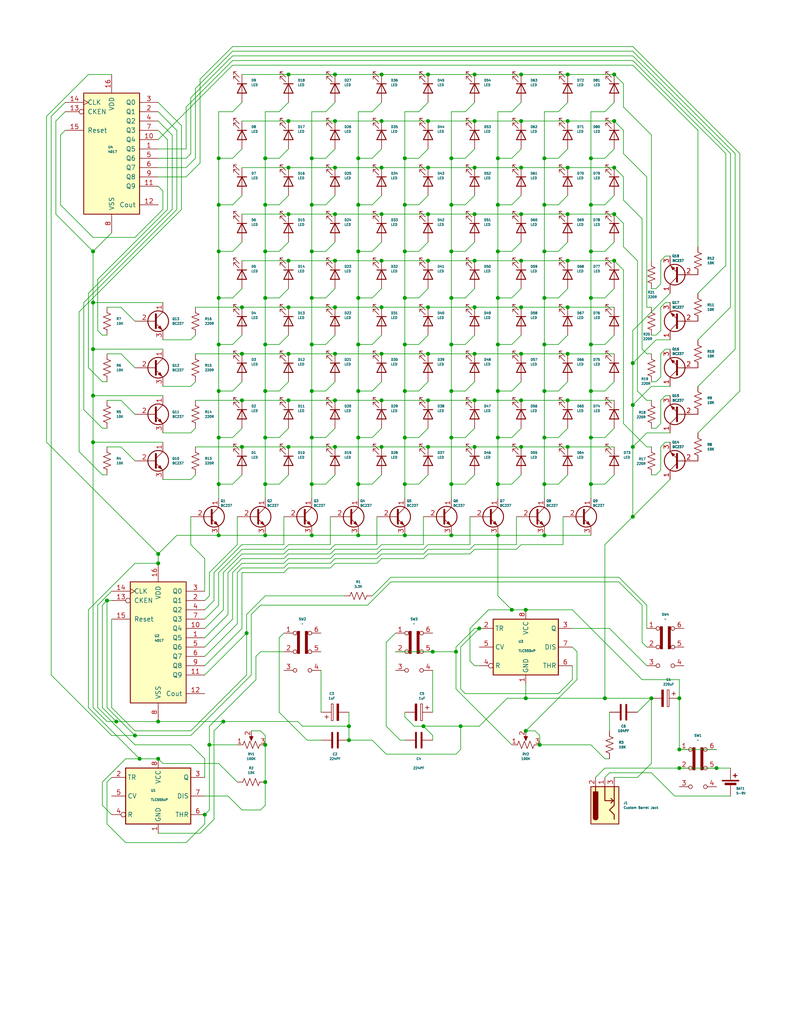
<source format=kicad_sch>
(kicad_sch (version 20231120) (generator "eeschema") (generator_version "8.0")
  (paper "USLetter" portrait)
  (title_block (title "RE-LED-Chaser"))
  (lib_symbols
    (symbol "4xxx:4017" (pin_names (offset 1.016))
      (property "Reference" "U" (at -7.62 16.51 0))
      (property "Value" "4017" (at -7.62 -19.05 0))
      (symbol "4017_1_0"
        (pin output line (at 12.7 0 180) (length 5.08) (name "Q5") (number "1"))
        (pin output line (at 12.7 2.54 180) (length 5.08) (name "Q4") (number "10"))
        (pin output line (at 12.7 -10.16 180) (length 5.08) (name "Q9") (number "11"))
        (pin output line (at 12.7 -15.24 180) (length 5.08) (name "Cout") (number "12"))
        (pin input inverted (at -12.7 10.16 0) (length 5.08) (name "CKEN") (number "13"))
        (pin input clock (at -12.7 12.7 0) (length 5.08) (name "CLK") (number "14"))
        (pin input line (at -12.7 5.08 0) (length 5.08) (name "Reset") (number "15"))
        (pin power_in line (at 0 20.32 270) (length 5.08) (name "VDD") (number "16"))
        (pin output line (at 12.7 10.16 180) (length 5.08) (name "Q1") (number "2"))
        (pin output line (at 12.7 12.7 180) (length 5.08) (name "Q0") (number "3"))
        (pin output line (at 12.7 7.62 180) (length 5.08) (name "Q2") (number "4"))
        (pin output line (at 12.7 -2.54 180) (length 5.08) (name "Q6") (number "5"))
        (pin output line (at 12.7 -5.08 180) (length 5.08) (name "Q7") (number "6"))
        (pin output line (at 12.7 5.08 180) (length 5.08) (name "Q3") (number "7"))
        (pin power_in line (at 0 -22.86 90) (length 5.08) (name "VSS") (number "8"))
        (pin output line (at 12.7 -7.62 180) (length 5.08) (name "Q8") (number "9"))
      )
    )
    (symbol "Connector:Barrel_Jack_Switch" (pin_names hide)
      (property "Reference" "J1" (at 1.2701 -5.08 90))
      (property "Value" "Barrel_Jack_Switch" (at -1.2699 -5.08 90))
      (symbol "Barrel_Jack_Switch_1_1"
        (pin passive line (at 7.62 0 180) (length 2.54) (name "~") (number "1"))
        (pin passive line (at 7.62 2.54 180) (length 2.54) (name "~") (number "2"))
        (pin passive line (at 7.62 -2.54 180) (length 2.54) (name "~") (number "3"))
      )
    )
    (symbol "Device:Battery_Cell" (pin_numbers hide) (pin_names (offset 0) hide)
      (property "Reference" "BT" (at 2.54 2.54 0))
      (property "Value" "Battery_Cell" (at 2.54 0 0))
      (symbol "Battery_Cell_1_1"
        (pin passive line (at 0 5.08 270) (length 2.54) (name "+") (number "1"))
        (pin passive line (at 0 -2.54 90) (length 2.54) (name "-") (number "2"))
      )
    )
    (symbol "Device:C" (pin_numbers hide) (pin_names (offset 0.254))
      (property "Reference" "C" (at 0.635 2.54 0))
      (property "Value" "C" (at 0.635 -2.54 0))
      (symbol "C_1_1"
        (pin passive line (at 0 3.81 270) (length 2.794) (name "~") (number "1"))
        (pin passive line (at 0 -3.81 90) (length 2.794) (name "~") (number "2"))
      )
    )
    (symbol "Device:C_Polarized" (pin_numbers hide) (pin_names (offset 0.254))
      (property "Reference" "C" (at 0.635 2.54 0))
      (property "Value" "C_Polarized" (at 0.635 -2.54 0))
      (symbol "C_Polarized_1_1"
        (pin passive line (at 0 3.81 270) (length 2.794) (name "~") (number "1"))
        (pin passive line (at 0 -3.81 90) (length 2.794) (name "~") (number "2"))
      )
    )
    (symbol "Device:LED" (pin_numbers hide) (pin_names (offset 1.016) hide)
      (property "Reference" "D" (at 0 2.54 0))
      (property "Value" "LED" (at 0 -2.54 0))
      (symbol "LED_1_1"
        (pin passive line (at -3.81 0 0) (length 2.54) (name "K") (number "1"))
        (pin passive line (at 3.81 0 180) (length 2.54) (name "A") (number "2"))
      )
    )
    (symbol "Device:R_Potentiometer_US" (pin_names (offset 1.016) hide)
      (property "Reference" "RV" (at -4.445 0 90))
      (property "Value" "R_Potentiometer_US" (at -2.54 0 90))
      (symbol "R_Potentiometer_US_1_1"
        (pin passive line (at 0 3.81 270) (length 1.27) (name "1") (number "1"))
        (pin passive line (at 3.81 0 180) (length 1.27) (name "2") (number "2"))
        (pin passive line (at 0 -3.81 90) (length 1.27) (name "3") (number "3"))
      )
    )
    (symbol "Device:R_US" (pin_numbers hide) (pin_names (offset 0))
      (property "Reference" "R" (at 2.54 0 90))
      (property "Value" "R_US" (at -2.54 0 90))
      (symbol "R_US_1_1"
        (pin passive line (at 0 3.81 270) (length 1.27) (name "~") (number "1"))
        (pin passive line (at 0 -3.81 90) (length 1.27) (name "~") (number "2"))
      )
    )
    (symbol "Switch:SW_Slide_DPDT" (pin_names (offset 0) hide)
      (property "Reference" "SW" (at 0 6.858 0))
      (property "Value" "SW_Slide_DPDT" (at 0 -8.128 0))
      (symbol "SW_Slide_DPDT_1_1"
        (pin passive line (at -5.08 5.08 0) (length 2.54) (name "A") (number "1"))
        (pin passive line (at -5.08 0 0) (length 2.54) (name "B") (number "2"))
        (pin passive line (at -5.08 -5.08 0) (length 2.54) (name "C") (number "3"))
        (pin passive line (at 5.08 -5.08 180) (length 2.54) (name "A") (number "4"))
        (pin passive line (at 5.08 0 180) (length 2.54) (name "B") (number "5"))
        (pin passive line (at 5.08 5.08 180) (length 2.54) (name "C") (number "6"))
      )
    )
    (symbol "Timer:TLC555xP"
      (property "Reference" "U" (at -10.16 8.89 0))
      (property "Value" "TLC555xP" (at 2.54 8.89 0))
      (symbol "TLC555xP_0_0"
        (pin power_in line (at 0 -10.16 90) (length 2.54) (name "GND") (number "1"))
        (pin power_in line (at 0 10.16 270) (length 2.54) (name "VCC") (number "8"))
      )
      (symbol "TLC555xP_1_1"
        (pin input line (at -12.7 5.08 0) (length 3.81) (name "TR") (number "2"))
        (pin output line (at 12.7 5.08 180) (length 3.81) (name "Q") (number "3"))
        (pin input inverted (at -12.7 -5.08 0) (length 3.81) (name "R") (number "4"))
        (pin input line (at -12.7 0 0) (length 3.81) (name "CV") (number "5"))
        (pin input line (at 12.7 -5.08 180) (length 3.81) (name "THR") (number "6"))
        (pin input line (at 12.7 0 180) (length 3.81) (name "DIS") (number "7"))
      )
    )
    (symbol "Transistor_BJT:BC237" (pin_names (offset 0) hide)
      (property "Reference" "Q" (at 5.08 1.905 0))
      (property "Value" "BC237" (at 5.08 0 0))
      (symbol "BC237_1_1"
        (pin passive line (at 2.54 5.08 270) (length 2.54) (name "C") (number "1"))
        (pin input line (at -5.08 0 0) (length 5.08) (name "B") (number "2"))
        (pin passive line (at 2.54 -5.08 90) (length 2.54) (name "E") (number "3"))
      )
    )
  )
  (junction (at 130.81 171.45))
  (junction (at 172.72 121.92))
  (junction (at 38.1 207.01))
  (junction (at 129.54 71.12))
  (junction (at 116.84 71.12))
  (junction (at 116.84 45.72))
  (junction (at 143.51 166.37))
  (junction (at 97.79 93.98))
  (junction (at 91.44 33.02))
  (junction (at 142.24 20.32))
  (junction (at 185.42 209.55))
  (junction (at 59.69 68.58))
  (junction (at 118.11 177.8))
  (junction (at 161.29 106.68))
  (junction (at 104.14 96.52))
  (junction (at 104.14 109.22))
  (junction (at 143.51 190.5))
  (junction (at 142.24 83.82))
  (junction (at 148.59 146.05))
  (junction (at 123.19 93.98))
  (junction (at 161.29 81.28))
  (junction (at 91.44 83.82))
  (junction (at 66.04 96.52))
  (junction (at 123.19 43.18))
  (junction (at 161.29 93.98))
  (junction (at 25.4 107.95))
  (junction (at 43.18 151.13))
  (junction (at 29.21 163.83))
  (junction (at 143.51 199.39))
  (junction (at 142.24 96.52))
  (junction (at 125.73 198.12))
  (junction (at 167.64 58.42))
  (junction (at 172.72 110.49))
  (junction (at 135.89 55.88))
  (junction (at 135.89 81.28))
  (junction (at 116.84 20.32))
  (junction (at 43.18 153.67))
  (junction (at 78.74 96.52))
  (junction (at 161.29 43.18))
  (junction (at 97.79 55.88))
  (junction (at 85.09 55.88))
  (junction (at 60.96 196.85))
  (junction (at 91.44 121.92))
  (junction (at 116.84 96.52))
  (junction (at 104.14 71.12))
  (junction (at 142.24 45.72))
  (junction (at 195.58 209.55))
  (junction (at 123.19 119.38))
  (junction (at 147.32 203.2))
  (junction (at 25.4 120.65))
  (junction (at 148.59 106.68))
  (junction (at 110.49 68.58))
  (junction (at 78.74 109.22))
  (junction (at 25.4 68.58))
  (junction (at 154.94 33.02))
  (junction (at 66.04 83.82))
  (junction (at 185.42 190.5))
  (junction (at 72.39 146.05))
  (junction (at 104.14 58.42))
  (junction (at 135.89 68.58))
  (junction (at 123.19 68.58))
  (junction (at 72.39 81.28))
  (junction (at 91.44 58.42))
  (junction (at 110.49 93.98))
  (junction (at 95.25 198.12))
  (junction (at 95.25 201.93))
  (junction (at 165.1 190.5))
  (junction (at 25.4 95.25))
  (junction (at 142.24 71.12))
  (junction (at 161.29 132.08))
  (junction (at 104.14 20.32))
  (junction (at 148.59 132.08))
  (junction (at 25.4 82.55))
  (junction (at 59.69 43.18))
  (junction (at 31.75 196.85))
  (junction (at 59.69 106.68))
  (junction (at 36.83 200.66))
  (junction (at 85.09 68.58))
  (junction (at 66.04 121.92))
  (junction (at 123.19 146.05))
  (junction (at 135.89 132.08))
  (junction (at 91.44 20.32))
  (junction (at 154.94 83.82))
  (junction (at 85.09 93.98))
  (junction (at 78.74 121.92))
  (junction (at 85.09 43.18))
  (junction (at 148.59 119.38))
  (junction (at 161.29 55.88))
  (junction (at 124.46 177.8))
  (junction (at 72.39 132.08))
  (junction (at 91.44 109.22))
  (junction (at 135.89 43.18))
  (junction (at 104.14 83.82))
  (junction (at 167.64 20.32))
  (junction (at 154.94 71.12))
  (junction (at 167.64 45.72))
  (junction (at 110.49 43.18))
  (junction (at 59.69 146.05))
  (junction (at 142.24 58.42))
  (junction (at 110.49 119.38))
  (junction (at 167.64 33.02))
  (junction (at 123.19 106.68))
  (junction (at 154.94 58.42))
  (junction (at 59.69 81.28))
  (junction (at 97.79 106.68))
  (junction (at 85.09 81.28))
  (junction (at 72.39 203.2))
  (junction (at 97.79 81.28))
  (junction (at 129.54 83.82))
  (junction (at 72.39 213.36))
  (junction (at 72.39 93.98))
  (junction (at 172.72 99.06))
  (junction (at 116.84 83.82))
  (junction (at 129.54 58.42))
  (junction (at 142.24 109.22))
  (junction (at 142.24 121.92))
  (junction (at 129.54 20.32))
  (junction (at 154.94 96.52))
  (junction (at 78.74 45.72))
  (junction (at 97.79 43.18))
  (junction (at 72.39 55.88))
  (junction (at 59.69 93.98))
  (junction (at 123.19 132.08))
  (junction (at 148.59 68.58))
  (junction (at 97.79 68.58))
  (junction (at 161.29 119.38))
  (junction (at 148.59 43.18))
  (junction (at 72.39 68.58))
  (junction (at 91.44 96.52))
  (junction (at 78.74 83.82))
  (junction (at 135.89 106.68))
  (junction (at 129.54 45.72))
  (junction (at 104.14 121.92))
  (junction (at 91.44 71.12))
  (junction (at 59.69 119.38))
  (junction (at 97.79 119.38))
  (junction (at 72.39 106.68))
  (junction (at 129.54 121.92))
  (junction (at 139.7 166.37))
  (junction (at 55.88 222.25))
  (junction (at 154.94 20.32))
  (junction (at 129.54 33.02))
  (junction (at 154.94 109.22))
  (junction (at 110.49 55.88))
  (junction (at 154.94 121.92))
  (junction (at 78.74 71.12))
  (junction (at 167.64 71.12))
  (junction (at 59.69 55.88))
  (junction (at 142.24 33.02))
  (junction (at 154.94 45.72))
  (junction (at 85.09 146.05))
  (junction (at 123.19 55.88))
  (junction (at 135.89 119.38))
  (junction (at 78.74 58.42))
  (junction (at 67.31 172.72))
  (junction (at 110.49 106.68))
  (junction (at 104.14 33.02))
  (junction (at 78.74 33.02))
  (junction (at 116.84 109.22))
  (junction (at 43.18 207.01))
  (junction (at 135.89 146.05))
  (junction (at 129.54 96.52))
  (junction (at 85.09 132.08))
  (junction (at 123.19 81.28))
  (junction (at 57.15 203.2))
  (junction (at 116.84 58.42))
  (junction (at 85.09 119.38))
  (junction (at 97.79 146.05))
  (junction (at 129.54 109.22))
  (junction (at 85.09 106.68))
  (junction (at 110.49 81.28))
  (junction (at 66.04 109.22))
  (junction (at 78.74 20.32))
  (junction (at 59.69 132.08))
  (junction (at 161.29 68.58))
  (junction (at 148.59 55.88))
  (junction (at 135.89 93.98))
  (junction (at 172.72 140.97))
  (junction (at 110.49 146.05))
  (junction (at 91.44 45.72))
  (junction (at 148.59 93.98))
  (junction (at 116.84 33.02))
  (junction (at 72.39 43.18))
  (junction (at 72.39 119.38))
  (junction (at 97.79 132.08))
  (junction (at 116.84 121.92))
  (junction (at 177.8 190.5))
  (junction (at 185.42 204.47))
  (junction (at 110.49 132.08))
  (junction (at 148.59 81.28))
  (junction (at 104.14 45.72))
  (junction (at 115.57 198.12))
  (junction (at 43.18 196.85))
  (wire (pts (xy 142.24 20.32) (xy 154.94 20.32)))
  (wire (pts (xy 26.67 165.1) (xy 30.48 161.29)))
  (wire (pts (xy 68.58 184.15) (xy 52.07 200.66)))
  (wire (pts (xy 36.83 203.2) (xy 26.67 193.04)))
  (wire (pts (xy 58.42 156.21) (xy 66.04 148.59)))
  (wire (pts (xy 78.74 83.82) (xy 91.44 83.82)))
  (wire (pts (xy 77.47 153.67) (xy 78.74 152.4)))
  (wire (pts (xy 59.69 43.18) (xy 63.5 43.18)))
  (wire (pts (xy 125.73 198.12) (xy 125.73 204.47)))
  (wire (pts (xy 154.94 83.82) (xy 167.64 83.82)))
  (wire (pts (xy 34.29 229.87) (xy 50.8 229.87)))
  (wire (pts (xy 44.45 92.71) (xy 52.07 92.71)))
  (wire (pts (xy 170.18 67.31) (xy 170.18 60.96)))
  (wire (pts (xy 152.4 68.58) (xy 154.94 66.04)))
  (wire (pts (xy 170.18 35.56) (xy 167.64 33.02)))
  (wire (pts (xy 78.74 96.52) (xy 91.44 96.52)))
  (wire (pts (xy 29.21 129.54) (xy 27.94 129.54)))
  (wire (pts (xy 172.72 121.92) (xy 172.72 140.97)))
  (wire (pts (xy 101.6 106.68) (xy 104.14 104.14)))
  (wire (pts (xy 128.27 180.34) (xy 128.27 171.45)))
  (wire (pts (xy 85.09 81.28) (xy 85.09 93.98)))
  (wire (pts (xy 97.79 106.68) (xy 97.79 119.38)))
  (wire (pts (xy 177.8 121.92) (xy 176.53 121.92)))
  (wire (pts (xy 148.59 146.05) (xy 161.29 146.05)))
  (wire (pts (xy 54.61 227.33) (xy 58.42 223.52)))
  (wire (pts (xy 116.84 45.72) (xy 129.54 45.72)))
  (wire (pts (xy 177.8 104.14) (xy 179.07 104.14)))
  (wire (pts (xy 59.69 135.89) (xy 59.69 132.08)))
  (wire (pts (xy 25.4 95.25) (xy 44.45 95.25)))
  (wire (pts (xy 30.48 168.91) (xy 30.48 193.04)))
  (wire (pts (xy 22.86 82.55) (xy 22.86 111.76)))
  (wire (pts (xy 63.5 43.18) (xy 66.04 40.64)))
  (wire (pts (xy 88.9 30.48) (xy 91.44 27.94)))
  (wire (pts (xy 143.51 199.39) (xy 146.05 199.39)))
  (wire (pts (xy 48.26 35.56) (xy 43.18 30.48)))
  (wire (pts (xy 53.34 24.13) (xy 63.5 13.97)))
  (wire (pts (xy 180.34 102.87) (xy 179.07 104.14)))
  (wire (pts (xy 135.89 146.05) (xy 148.59 146.05)))
  (wire (pts (xy 72.39 219.71) (xy 71.12 220.98)))
  (wire (pts (xy 130.81 171.45) (xy 129.54 171.45)))
  (wire (pts (xy 72.39 43.18) (xy 76.2 43.18)))
  (wire (pts (xy 165.1 30.48) (xy 167.64 27.94)))
  (wire (pts (xy 148.59 55.88) (xy 152.4 55.88)))
  (wire (pts (xy 91.44 153.67) (xy 102.87 153.67)))
  (wire (pts (xy 176.53 121.92) (xy 170.18 115.57)))
  (wire (pts (xy 123.19 43.18) (xy 123.19 55.88)))
  (wire (pts (xy 72.39 135.89) (xy 72.39 132.08)))
  (wire (pts (xy 78.74 154.94) (xy 90.17 154.94)))
  (wire (pts (xy 154.94 33.02) (xy 167.64 33.02)))
  (wire (pts (xy 176.53 109.22) (xy 173.99 106.68)))
  (wire (pts (xy 180.34 109.22) (xy 180.34 115.57)))
  (wire (pts (xy 152.4 132.08) (xy 154.94 129.54)))
  (wire (pts (xy 142.24 33.02) (xy 154.94 33.02)))
  (wire (pts (xy 58.42 223.52) (xy 58.42 199.39)))
  (wire (pts (xy 91.44 149.86) (xy 102.87 149.86)))
  (wire (pts (xy 181.61 82.55) (xy 180.34 83.82)))
  (wire (pts (xy 161.29 106.68) (xy 165.1 106.68)))
  (wire (pts (xy 106.68 157.48) (xy 101.6 162.56)))
  (wire (pts (xy 139.7 30.48) (xy 142.24 27.94)))
  (wire (pts (xy 152.4 81.28) (xy 154.94 78.74)))
  (wire (pts (xy 123.19 30.48) (xy 123.19 43.18)))
  (wire (pts (xy 118.11 201.93) (xy 118.11 200.66)))
  (wire (pts (xy 63.5 17.78) (xy 43.18 38.1)))
  (wire (pts (xy 114.3 43.18) (xy 116.84 40.64)))
  (wire (pts (xy 152.4 93.98) (xy 154.94 91.44)))
  (wire (pts (xy 180.34 128.27) (xy 179.07 129.54)))
  (wire (pts (xy 182.88 92.71) (xy 179.07 92.71)))
  (wire (pts (xy 175.26 95.25) (xy 175.26 59.69)))
  (wire (pts (xy 88.9 55.88) (xy 91.44 53.34)))
  (wire (pts (xy 29.21 96.52) (xy 33.02 96.52)))
  (wire (pts (xy 173.99 71.12) (xy 170.18 67.31)))
  (wire (pts (xy 172.72 12.7) (xy 201.93 41.91)))
  (wire (pts (xy 44.45 208.28) (xy 59.69 208.28)))
  (wire (pts (xy 138.43 190.5) (xy 130.81 198.12)))
  (wire (pts (xy 110.49 106.68) (xy 110.49 119.38)))
  (wire (pts (xy 78.74 153.67) (xy 90.17 153.67)))
  (wire (pts (xy 44.45 118.11) (xy 52.07 118.11)))
  (wire (pts (xy 43.18 151.13) (xy 48.26 146.05)))
  (wire (pts (xy 77.47 152.4) (xy 78.74 151.13)))
  (wire (pts (xy 127 43.18) (xy 129.54 40.64)))
  (wire (pts (xy 90.17 154.94) (xy 91.44 153.67)))
  (wire (pts (xy 146.05 199.39) (xy 147.32 200.66)))
  (wire (pts (xy 29.21 196.85) (xy 31.75 196.85)))
  (wire (pts (xy 101.6 30.48) (xy 104.14 27.94)))
  (wire (pts (xy 154.94 20.32) (xy 167.64 20.32)))
  (wire (pts (xy 135.89 135.89) (xy 135.89 132.08)))
  (wire (pts (xy 180.34 90.17) (xy 179.07 91.44)))
  (wire (pts (xy 76.2 81.28) (xy 78.74 78.74)))
  (wire (pts (xy 102.87 149.86) (xy 104.14 148.59)))
  (wire (pts (xy 168.91 157.48) (xy 106.68 157.48)))
  (wire (pts (xy 91.44 58.42) (xy 104.14 58.42)))
  (wire (pts (xy 123.19 81.28) (xy 123.19 93.98)))
  (wire (pts (xy 26.67 76.2) (xy 45.72 57.15)))
  (wire (pts (xy 165.1 207.01) (xy 161.29 203.2)))
  (wire (pts (xy 148.59 93.98) (xy 152.4 93.98)))
  (wire (pts (xy 43.18 227.33) (xy 54.61 227.33)))
  (wire (pts (xy 104.14 109.22) (xy 116.84 109.22)))
  (wire (pts (xy 128.27 171.45) (xy 133.35 166.37)))
  (wire (pts (xy 59.69 81.28) (xy 59.69 93.98)))
  (wire (pts (xy 85.09 43.18) (xy 85.09 55.88)))
  (wire (pts (xy 109.22 201.93) (xy 105.41 198.12)))
  (wire (pts (xy 181.61 107.95) (xy 180.34 109.22)))
  (wire (pts (xy 88.9 119.38) (xy 91.44 116.84)))
  (wire (pts (xy 59.69 55.88) (xy 63.5 55.88)))
  (wire (pts (xy 123.19 30.48) (xy 127 30.48)))
  (wire (pts (xy 148.59 106.68) (xy 152.4 106.68)))
  (wire (pts (xy 127 30.48) (xy 129.54 27.94)))
  (wire (pts (xy 139.7 166.37) (xy 135.89 162.56)))
  (wire (pts (xy 78.74 109.22) (xy 91.44 109.22)))
  (wire (pts (xy 127 93.98) (xy 129.54 91.44)))
  (wire (pts (xy 50.8 40.64) (xy 50.8 29.21)))
  (wire (pts (xy 165.1 212.09) (xy 166.37 210.82)))
  (wire (pts (xy 67.31 172.72) (xy 55.88 184.15)))
  (wire (pts (xy 25.4 82.55) (xy 44.45 82.55)))
  (wire (pts (xy 33.02 121.92) (xy 36.83 125.73)))
  (wire (pts (xy 85.09 68.58) (xy 85.09 81.28)))
  (wire (pts (xy 125.73 198.12) (xy 130.81 198.12)))
  (wire (pts (xy 165.1 93.98) (xy 167.64 91.44)))
  (wire (pts (xy 135.89 93.98) (xy 135.89 106.68)))
  (wire (pts (xy 57.15 162.56) (xy 57.15 156.21)))
  (wire (pts (xy 101.6 93.98) (xy 104.14 91.44)))
  (wire (pts (xy 161.29 106.68) (xy 161.29 119.38)))
  (wire (pts (xy 26.67 193.04) (xy 26.67 165.1)))
  (wire (pts (xy 135.89 106.68) (xy 139.7 106.68)))
  (wire (pts (xy 173.99 106.68) (xy 173.99 71.12)))
  (wire (pts (xy 148.59 43.18) (xy 152.4 43.18)))
  (wire (pts (xy 63.5 106.68) (xy 66.04 104.14)))
  (wire (pts (xy 199.39 83.82) (xy 190.5 92.71)))
  (wire (pts (xy 161.29 68.58) (xy 165.1 68.58)))
  (wire (pts (xy 78.74 33.02) (xy 91.44 33.02)))
  (wire (pts (xy 142.24 71.12) (xy 154.94 71.12)))
  (wire (pts (xy 152.4 43.18) (xy 154.94 40.64)))
  (wire (pts (xy 64.77 156.21) (xy 66.04 154.94)))
  (wire (pts (xy 97.79 135.89) (xy 97.79 132.08)))
  (wire (pts (xy 50.8 229.87) (xy 55.88 224.79)))
  (wire (pts (xy 165.1 190.5) (xy 177.8 190.5)))
  (wire (pts (xy 72.39 30.48) (xy 76.2 30.48)))
  (wire (pts (xy 85.09 43.18) (xy 88.9 43.18)))
  (wire (pts (xy 170.18 41.91) (xy 170.18 35.56)))
  (wire (pts (xy 59.69 81.28) (xy 63.5 81.28)))
  (wire (pts (xy 170.18 54.61) (xy 170.18 48.26)))
  (wire (pts (xy 48.26 57.15) (xy 48.26 35.56)))
  (wire (pts (xy 104.14 148.59) (xy 115.57 148.59)))
  (wire (pts (xy 76.2 173.99) (xy 77.47 172.72)))
  (wire (pts (xy 76.2 93.98) (xy 78.74 91.44)))
  (wire (pts (xy 15.24 58.42) (xy 25.4 68.58)))
  (wire (pts (xy 156.21 181.61) (xy 156.21 185.42)))
  (wire (pts (xy 66.04 151.13) (xy 77.47 151.13)))
  (wire (pts (xy 148.59 106.68) (xy 148.59 119.38)))
  (wire (pts (xy 72.39 68.58) (xy 72.39 81.28)))
  (wire (pts (xy 85.09 93.98) (xy 85.09 106.68)))
  (wire (pts (xy 78.74 151.13) (xy 90.17 151.13)))
  (wire (pts (xy 161.29 55.88) (xy 161.29 68.58)))
  (wire (pts (xy 142.24 45.72) (xy 154.94 45.72)))
  (wire (pts (xy 95.25 198.12) (xy 95.25 201.93)))
  (wire (pts (xy 78.74 152.4) (xy 90.17 152.4)))
  (wire (pts (xy 57.15 198.12) (xy 57.15 203.2)))
  (wire (pts (xy 129.54 181.61) (xy 128.27 180.34)))
  (wire (pts (xy 97.79 93.98) (xy 97.79 106.68)))
  (wire (pts (xy 139.7 132.08) (xy 142.24 129.54)))
  (wire (pts (xy 116.84 149.86) (xy 128.27 149.86)))
  (wire (pts (xy 30.48 222.25) (xy 27.94 219.71)))
  (wire (pts (xy 97.79 68.58) (xy 101.6 68.58)))
  (wire (pts (xy 91.44 151.13) (xy 102.87 151.13)))
  (wire (pts (xy 135.89 93.98) (xy 139.7 93.98)))
  (wire (pts (xy 135.89 119.38) (xy 135.89 132.08)))
  (wire (pts (xy 64.77 170.18) (xy 64.77 156.21)))
  (wire (pts (xy 78.74 121.92) (xy 91.44 121.92)))
  (wire (pts (xy 154.94 96.52) (xy 167.64 96.52)))
  (wire (pts (xy 87.63 201.93) (xy 83.82 201.93)))
  (wire (pts (xy 185.42 185.42) (xy 185.42 190.5)))
  (wire (pts (xy 33.02 96.52) (xy 36.83 100.33)))
  (wire (pts (xy 43.18 50.8) (xy 44.45 52.07)))
  (wire (pts (xy 172.72 17.78) (xy 190.5 35.56)))
  (wire (pts (xy 66.04 71.12) (xy 78.74 71.12)))
  (wire (pts (xy 200.66 95.25) (xy 190.5 105.41)))
  (wire (pts (xy 170.18 115.57) (xy 170.18 73.66)))
  (wire (pts (xy 123.19 135.89) (xy 123.19 132.08)))
  (wire (pts (xy 177.8 116.84) (xy 179.07 116.84)))
  (wire (pts (xy 85.09 119.38) (xy 88.9 119.38)))
  (wire (pts (xy 13.97 31.75) (xy 13.97 184.15)))
  (wire (pts (xy 110.49 30.48) (xy 114.3 30.48)))
  (wire (pts (xy 104.14 152.4) (xy 115.57 152.4)))
  (wire (pts (xy 148.59 30.48) (xy 148.59 43.18)))
  (wire (pts (xy 129.54 109.22) (xy 142.24 109.22)))
  (wire (pts (xy 63.5 68.58) (xy 66.04 66.04)))
  (wire (pts (xy 38.1 207.01) (xy 43.18 207.01)))
  (wire (pts (xy 66.04 153.67) (xy 77.47 153.67)))
  (wire (pts (xy 77.47 140.97) (xy 77.47 148.59)))
  (wire (pts (xy 135.89 132.08) (xy 139.7 132.08)))
  (wire (pts (xy 76.2 119.38) (xy 78.74 116.84)))
  (wire (pts (xy 166.37 171.45) (xy 176.53 181.61)))
  (wire (pts (xy 161.29 30.48) (xy 165.1 30.48)))
  (wire (pts (xy 135.89 68.58) (xy 135.89 81.28)))
  (wire (pts (xy 55.88 168.91) (xy 59.69 165.1)))
  (wire (pts (xy 135.89 68.58) (xy 139.7 68.58)))
  (wire (pts (xy 54.61 44.45) (xy 54.61 21.59)))
  (wire (pts (xy 100.33 165.1) (xy 71.12 165.1)))
  (wire (pts (xy 43.18 43.18) (xy 50.8 43.18)))
  (wire (pts (xy 55.88 179.07) (xy 64.77 170.18)))
  (wire (pts (xy 190.5 35.56) (xy 190.5 67.31)))
  (wire (pts (xy 123.19 68.58) (xy 123.19 81.28)))
  (wire (pts (xy 66.04 220.98) (xy 62.23 217.17)))
  (wire (pts (xy 52.07 92.71) (xy 53.34 91.44)))
  (wire (pts (xy 161.29 68.58) (xy 161.29 81.28)))
  (wire (pts (xy 198.12 72.39) (xy 190.5 80.01)))
  (wire (pts (xy 161.29 81.28) (xy 161.29 93.98)))
  (wire (pts (xy 55.88 163.83) (xy 57.15 162.56)))
  (wire (pts (xy 59.69 43.18) (xy 59.69 55.88)))
  (wire (pts (xy 59.69 93.98) (xy 59.69 106.68)))
  (wire (pts (xy 82.55 198.12) (xy 95.25 198.12)))
  (wire (pts (xy 142.24 83.82) (xy 154.94 83.82)))
  (wire (pts (xy 25.4 107.95) (xy 44.45 107.95)))
  (wire (pts (xy 170.18 22.86) (xy 167.64 20.32)))
  (wire (pts (xy 133.35 166.37) (xy 139.7 166.37)))
  (wire (pts (xy 55.88 212.09) (xy 55.88 207.01)))
  (wire (pts (xy 91.44 83.82) (xy 104.14 83.82)))
  (wire (pts (xy 63.5 30.48) (xy 66.04 27.94)))
  (wire (pts (xy 177.8 105.41) (xy 172.72 110.49)))
  (wire (pts (xy 127 119.38) (xy 129.54 116.84)))
  (wire (pts (xy 104.14 58.42) (xy 116.84 58.42)))
  (wire (pts (xy 83.82 201.93) (xy 76.2 194.31)))
  (wire (pts (xy 78.74 20.32) (xy 91.44 20.32)))
  (wire (pts (xy 36.83 200.66) (xy 29.21 193.04)))
  (wire (pts (xy 142.24 96.52) (xy 154.94 96.52)))
  (wire (pts (xy 88.9 81.28) (xy 91.44 78.74)))
  (wire (pts (xy 148.59 68.58) (xy 152.4 68.58)))
  (wire (pts (xy 45.72 38.1) (xy 43.18 35.56)))
  (wire (pts (xy 55.88 152.4) (xy 52.07 148.59)))
  (wire (pts (xy 176.53 171.45) (xy 176.53 165.1)))
  (wire (pts (xy 123.19 132.08) (xy 127 132.08)))
  (wire (pts (xy 170.18 48.26) (xy 167.64 45.72)))
  (wire (pts (xy 201.93 106.68) (xy 190.5 118.11)))
  (wire (pts (xy 123.19 55.88) (xy 123.19 68.58)))
  (wire (pts (xy 43.18 207.01) (xy 44.45 208.28)))
  (wire (pts (xy 166.37 207.01) (xy 165.1 207.01)))
  (wire (pts (xy 55.88 222.25) (xy 55.88 224.79)))
  (wire (pts (xy 55.88 171.45) (xy 60.96 166.37)))
  (wire (pts (xy 110.49 81.28) (xy 114.3 81.28)))
  (wire (pts (xy 101.6 119.38) (xy 104.14 116.84)))
  (wire (pts (xy 110.49 132.08) (xy 114.3 132.08)))
  (wire (pts (xy 87.63 182.88) (xy 87.63 194.31)))
  (wire (pts (xy 166.37 210.82) (xy 177.8 210.82)))
  (wire (pts (xy 71.12 199.39) (xy 72.39 200.66)))
  (wire (pts (xy 88.9 106.68) (xy 91.44 104.14)))
  (wire (pts (xy 128.27 149.86) (xy 129.54 148.59)))
  (wire (pts (xy 90.17 152.4) (xy 91.44 151.13)))
  (wire (pts (xy 78.74 148.59) (xy 90.17 148.59)))
  (wire (pts (xy 66.04 149.86) (xy 77.47 149.86)))
  (wire (pts (xy 66.04 148.59) (xy 77.47 148.59)))
  (wire (pts (xy 177.8 109.22) (xy 176.53 109.22)))
  (wire (pts (xy 172.72 15.24) (xy 199.39 41.91)))
  (wire (pts (xy 57.15 156.21) (xy 64.77 148.59)))
  (wire (pts (xy 102.87 140.97) (xy 102.87 148.59)))
  (wire (pts (xy 50.8 45.72) (xy 53.34 43.18)))
  (wire (pts (xy 165.1 209.55) (xy 185.42 209.55)))
  (wire (pts (xy 55.88 217.17) (xy 62.23 217.17)))
  (wire (pts (xy 176.53 165.1) (xy 168.91 157.48)))
  (wire (pts (xy 91.44 96.52) (xy 104.14 96.52)))
  (wire (pts (xy 148.59 81.28) (xy 152.4 81.28)))
  (wire (pts (xy 135.89 81.28) (xy 139.7 81.28)))
  (wire (pts (xy 127 81.28) (xy 129.54 78.74)))
  (wire (pts (xy 59.69 119.38) (xy 59.69 132.08)))
  (wire (pts (xy 24.13 20.32) (xy 12.7 31.75)))
  (wire (pts (xy 46.99 36.83) (xy 43.18 33.02)))
  (wire (pts (xy 123.19 93.98) (xy 123.19 106.68)))
  (wire (pts (xy 59.69 30.48) (xy 59.69 43.18)))
  (wire (pts (xy 110.49 81.28) (xy 110.49 93.98)))
  (wire (pts (xy 66.04 121.92) (xy 78.74 121.92)))
  (wire (pts (xy 116.84 148.59) (xy 128.27 148.59)))
  (wire (pts (xy 114.3 119.38) (xy 116.84 116.84)))
  (wire (pts (xy 78.74 58.42) (xy 91.44 58.42)))
  (wire (pts (xy 135.89 30.48) (xy 139.7 30.48)))
  (wire (pts (xy 125.73 187.96) (xy 125.73 176.53)))
  (wire (pts (xy 154.94 45.72) (xy 167.64 45.72)))
  (wire (pts (xy 181.61 95.25) (xy 180.34 96.52)))
  (wire (pts (xy 147.32 203.2) (xy 161.29 203.2)))
  (wire (pts (xy 36.83 200.66) (xy 52.07 200.66)))
  (wire (pts (xy 185.42 204.47) (xy 195.58 204.47)))
  (wire (pts (xy 123.19 43.18) (xy 127 43.18)))
  (wire (pts (xy 175.26 59.69) (xy 170.18 54.61)))
  (wire (pts (xy 43.18 153.67) (xy 43.18 151.13)))
  (wire (pts (xy 63.5 119.38) (xy 66.04 116.84)))
  (wire (pts (xy 30.48 212.09) (xy 29.21 213.36)))
  (wire (pts (xy 55.88 222.25) (xy 57.15 220.98)))
  (wire (pts (xy 181.61 69.85) (xy 180.34 71.12)))
  (wire (pts (xy 27.94 104.14) (xy 24.13 100.33)))
  (wire (pts (xy 142.24 58.42) (xy 154.94 58.42)))
  (wire (pts (xy 135.89 106.68) (xy 135.89 119.38)))
  (wire (pts (xy 118.11 177.8) (xy 124.46 177.8)))
  (wire (pts (xy 176.53 83.82) (xy 177.8 83.82)))
  (wire (pts (xy 128.27 151.13) (xy 129.54 149.86)))
  (wire (pts (xy 46.99 57.15) (xy 46.99 36.83)))
  (wire (pts (xy 110.49 43.18) (xy 114.3 43.18)))
  (wire (pts (xy 85.09 68.58) (xy 88.9 68.58)))
  (wire (pts (xy 176.53 96.52) (xy 175.26 95.25)))
  (wire (pts (xy 180.34 121.92) (xy 180.34 128.27)))
  (wire (pts (xy 129.54 149.86) (xy 140.97 149.86)))
  (wire (pts (xy 72.39 106.68) (xy 72.39 119.38)))
  (wire (pts (xy 101.6 68.58) (xy 104.14 66.04)))
  (wire (pts (xy 176.53 118.11) (xy 172.72 121.92)))
  (wire (pts (xy 57.15 198.12) (xy 69.85 185.42)))
  (wire (pts (xy 110.49 55.88) (xy 110.49 68.58)))
  (wire (pts (xy 53.34 121.92) (xy 66.04 121.92)))
  (wire (pts (xy 59.69 146.05) (xy 72.39 146.05)))
  (wire (pts (xy 110.49 135.89) (xy 110.49 132.08)))
  (wire (pts (xy 201.93 41.91) (xy 201.93 106.68)))
  (wire (pts (xy 88.9 132.08) (xy 91.44 129.54)))
  (wire (pts (xy 104.14 45.72) (xy 116.84 45.72)))
  (wire (pts (xy 72.39 93.98) (xy 72.39 106.68)))
  (wire (pts (xy 148.59 81.28) (xy 148.59 93.98)))
  (wire (pts (xy 143.51 190.5) (xy 138.43 190.5)))
  (wire (pts (xy 44.45 52.07) (xy 44.45 57.15)))
  (wire (pts (xy 55.88 176.53) (xy 63.5 168.91)))
  (wire (pts (xy 123.19 68.58) (xy 127 68.58)))
  (wire (pts (xy 69.85 179.07) (xy 69.85 185.42)))
  (wire (pts (xy 59.69 30.48) (xy 63.5 30.48)))
  (wire (pts (xy 91.44 148.59) (xy 102.87 148.59)))
  (wire (pts (xy 154.94 71.12) (xy 167.64 71.12)))
  (wire (pts (xy 76.2 30.48) (xy 78.74 27.94)))
  (wire (pts (xy 172.72 99.06) (xy 172.72 110.49)))
  (wire (pts (xy 52.07 41.91) (xy 52.07 26.67)))
  (wire (pts (xy 24.13 166.37) (xy 36.83 153.67)))
  (wire (pts (xy 129.54 121.92) (xy 142.24 121.92)))
  (wire (pts (xy 176.53 48.26) (xy 170.18 41.91)))
  (wire (pts (xy 124.46 205.74) (xy 125.73 204.47)))
  (wire (pts (xy 72.39 119.38) (xy 76.2 119.38)))
  (wire (pts (xy 58.42 163.83) (xy 58.42 156.21)))
  (wire (pts (xy 72.39 200.66) (xy 72.39 203.2)))
  (wire (pts (xy 177.8 190.5) (xy 177.8 208.28)))
  (wire (pts (xy 154.94 109.22) (xy 167.64 109.22)))
  (wire (pts (xy 54.61 21.59) (xy 63.5 12.7)))
  (wire (pts (xy 139.7 93.98) (xy 142.24 91.44)))
  (wire (pts (xy 148.59 30.48) (xy 152.4 30.48)))
  (wire (pts (xy 76.2 43.18) (xy 78.74 40.64)))
  (wire (pts (xy 114.3 81.28) (xy 116.84 78.74)))
  (wire (pts (xy 161.29 30.48) (xy 161.29 43.18)))
  (wire (pts (xy 91.44 33.02) (xy 104.14 33.02)))
  (wire (pts (xy 118.11 182.88) (xy 118.11 194.31)))
  (wire (pts (xy 68.58 167.64) (xy 68.58 184.15)))
  (wire (pts (xy 85.09 106.68) (xy 88.9 106.68)))
  (wire (pts (xy 116.84 83.82) (xy 129.54 83.82)))
  (wire (pts (xy 29.21 121.92) (xy 33.02 121.92)))
  (wire (pts (xy 104.14 20.32) (xy 116.84 20.32)))
  (wire (pts (xy 16.51 55.88) (xy 16.51 36.83)))
  (wire (pts (xy 97.79 55.88) (xy 97.79 68.58)))
  (wire (pts (xy 129.54 45.72) (xy 142.24 45.72)))
  (wire (pts (xy 29.21 193.04) (xy 29.21 163.83)))
  (wire (pts (xy 55.88 166.37) (xy 58.42 163.83)))
  (wire (pts (xy 72.39 81.28) (xy 76.2 81.28)))
  (wire (pts (xy 17.78 27.94) (xy 13.97 31.75)))
  (wire (pts (xy 26.67 76.2) (xy 26.67 90.17)))
  (wire (pts (xy 129.54 96.52) (xy 142.24 96.52)))
  (wire (pts (xy 172.72 140.97) (xy 182.88 130.81)))
  (wire (pts (xy 59.69 93.98) (xy 63.5 93.98)))
  (wire (pts (xy 110.49 119.38) (xy 114.3 119.38)))
  (wire (pts (xy 72.39 203.2) (xy 72.39 213.36)))
  (wire (pts (xy 72.39 162.56) (xy 67.31 167.64)))
  (wire (pts (xy 167.64 212.09) (xy 173.99 212.09)))
  (wire (pts (xy 179.07 92.71) (xy 172.72 99.06)))
  (wire (pts (xy 72.39 119.38) (xy 72.39 132.08)))
  (wire (pts (xy 148.59 43.18) (xy 148.59 55.88)))
  (wire (pts (xy 128.27 140.97) (xy 128.27 148.59)))
  (wire (pts (xy 200.66 41.91) (xy 200.66 95.25)))
  (wire (pts (xy 135.89 119.38) (xy 139.7 119.38)))
  (wire (pts (xy 53.34 96.52) (xy 66.04 96.52)))
  (wire (pts (xy 104.14 149.86) (xy 115.57 149.86)))
  (wire (pts (xy 66.04 45.72) (xy 78.74 45.72)))
  (wire (pts (xy 24.13 193.04) (xy 24.13 166.37)))
  (wire (pts (xy 123.19 93.98) (xy 127 93.98)))
  (wire (pts (xy 148.59 119.38) (xy 152.4 119.38)))
  (wire (pts (xy 97.79 43.18) (xy 101.6 43.18)))
  (wire (pts (xy 97.79 132.08) (xy 101.6 132.08)))
  (wire (pts (xy 76.2 132.08) (xy 78.74 129.54)))
  (wire (pts (xy 91.44 20.32) (xy 104.14 20.32)))
  (wire (pts (xy 116.84 151.13) (xy 128.27 151.13)))
  (wire (pts (xy 116.84 96.52) (xy 129.54 96.52)))
  (wire (pts (xy 29.21 163.83) (xy 27.94 165.1)))
  (wire (pts (xy 175.26 165.1) (xy 168.91 158.75)))
  (wire (pts (xy 165.1 81.28) (xy 167.64 78.74)))
  (wire (pts (xy 72.39 30.48) (xy 72.39 43.18)))
  (wire (pts (xy 175.26 165.1) (xy 175.26 175.26)))
  (wire (pts (xy 116.84 71.12) (xy 129.54 71.12)))
  (wire (pts (xy 27.94 193.04) (xy 31.75 196.85)))
  (wire (pts (xy 59.69 68.58) (xy 59.69 81.28)))
  (wire (pts (xy 139.7 68.58) (xy 142.24 66.04)))
  (wire (pts (xy 71.12 177.8) (xy 77.47 177.8)))
  (wire (pts (xy 63.5 81.28) (xy 66.04 78.74)))
  (wire (pts (xy 102.87 153.67) (xy 104.14 152.4)))
  (wire (pts (xy 162.56 212.09) (xy 165.1 209.55)))
  (wire (pts (xy 116.84 58.42) (xy 129.54 58.42)))
  (wire (pts (xy 127 55.88) (xy 129.54 53.34)))
  (wire (pts (xy 110.49 30.48) (xy 110.49 43.18)))
  (wire (pts (xy 58.42 199.39) (xy 60.96 196.85)))
  (wire (pts (xy 59.69 208.28) (xy 64.77 213.36)))
  (wire (pts (xy 182.88 120.65) (xy 181.61 120.65)))
  (wire (pts (xy 175.26 185.42) (xy 185.42 185.42)))
  (wire (pts (xy 25.4 107.95) (xy 25.4 95.25)))
  (wire (pts (xy 199.39 41.91) (xy 199.39 83.82)))
  (wire (pts (xy 148.59 55.88) (xy 148.59 68.58)))
  (wire (pts (xy 135.89 146.05) (xy 135.89 162.56)))
  (wire (pts (xy 129.54 71.12) (xy 142.24 71.12)))
  (wire (pts (xy 78.74 149.86) (xy 90.17 149.86)))
  (wire (pts (xy 125.73 176.53) (xy 130.81 171.45)))
  (wire (pts (xy 63.5 168.91) (xy 63.5 156.21)))
  (wire (pts (xy 90.17 140.97) (xy 90.17 148.59)))
  (wire (pts (xy 85.09 135.89) (xy 85.09 132.08)))
  (wire (pts (xy 123.19 146.05) (xy 135.89 146.05)))
  (wire (pts (xy 105.41 198.12) (xy 105.41 175.26)))
  (wire (pts (xy 63.5 55.88) (xy 66.04 53.34)))
  (wire (pts (xy 148.59 135.89) (xy 148.59 132.08)))
  (wire (pts (xy 72.39 55.88) (xy 72.39 68.58)))
  (wire (pts (xy 66.04 152.4) (xy 77.47 152.4)))
  (wire (pts (xy 63.5 16.51) (xy 172.72 16.51)))
  (wire (pts (xy 67.31 167.64) (xy 67.31 172.72)))
  (wire (pts (xy 116.84 109.22) (xy 129.54 109.22)))
  (wire (pts (xy 113.03 198.12) (xy 115.57 198.12)))
  (wire (pts (xy 181.61 120.65) (xy 180.34 121.92)))
  (wire (pts (xy 22.86 82.55) (xy 48.26 57.15)))
  (wire (pts (xy 115.57 140.97) (xy 115.57 148.59)))
  (wire (pts (xy 104.14 71.12) (xy 116.84 71.12)))
  (wire (pts (xy 52.07 140.97) (xy 52.07 148.59)))
  (wire (pts (xy 91.44 45.72) (xy 104.14 45.72)))
  (wire (pts (xy 72.39 146.05) (xy 85.09 146.05)))
  (wire (pts (xy 59.69 106.68) (xy 63.5 106.68)))
  (wire (pts (xy 182.88 118.11) (xy 176.53 118.11)))
  (wire (pts (xy 116.84 121.92) (xy 129.54 121.92)))
  (wire (pts (xy 78.74 71.12) (xy 91.44 71.12)))
  (wire (pts (xy 161.29 93.98) (xy 161.29 106.68)))
  (wire (pts (xy 129.54 20.32) (xy 142.24 20.32)))
  (wire (pts (xy 97.79 119.38) (xy 97.79 132.08)))
  (wire (pts (xy 165.1 68.58) (xy 167.64 66.04)))
  (wire (pts (xy 161.29 81.28) (xy 165.1 81.28)))
  (wire (pts (xy 22.86 111.76) (xy 27.94 116.84)))
  (wire (pts (xy 57.15 203.2) (xy 64.77 203.2)))
  (wire (pts (xy 31.75 196.85) (xy 43.18 196.85)))
  (wire (pts (xy 143.51 166.37) (xy 139.7 166.37)))
  (wire (pts (xy 123.19 81.28) (xy 127 81.28)))
  (wire (pts (xy 81.28 196.85) (xy 82.55 198.12)))
  (wire (pts (xy 21.59 123.19) (xy 21.59 85.09)))
  (wire (pts (xy 182.88 82.55) (xy 181.61 82.55)))
  (wire (pts (xy 24.13 80.01) (xy 46.99 57.15)))
  (wire (pts (xy 180.34 83.82) (xy 180.34 90.17)))
  (wire (pts (xy 88.9 43.18) (xy 91.44 40.64)))
  (wire (pts (xy 101.6 201.93) (xy 105.41 205.74)))
  (wire (pts (xy 16.51 36.83) (xy 17.78 35.56)))
  (wire (pts (xy 85.09 30.48) (xy 85.09 43.18)))
  (wire (pts (xy 88.9 68.58) (xy 91.44 66.04)))
  (wire (pts (xy 148.59 68.58) (xy 148.59 81.28)))
  (wire (pts (xy 139.7 106.68) (xy 142.24 104.14)))
  (wire (pts (xy 114.3 132.08) (xy 116.84 129.54)))
  (wire (pts (xy 44.45 57.15) (xy 36.83 64.77)))
  (wire (pts (xy 91.44 121.92) (xy 104.14 121.92)))
  (wire (pts (xy 50.8 29.21) (xy 63.5 16.51)))
  (wire (pts (xy 55.88 207.01) (xy 52.07 203.2)))
  (wire (pts (xy 27.94 129.54) (xy 21.59 123.19)))
  (wire (pts (xy 130.81 181.61) (xy 129.54 181.61)))
  (wire (pts (xy 140.97 149.86) (xy 142.24 148.59)))
  (wire (pts (xy 135.89 55.88) (xy 135.89 68.58)))
  (wire (pts (xy 104.14 96.52) (xy 116.84 96.52)))
  (wire (pts (xy 60.96 156.21) (xy 66.04 151.13)))
  (wire (pts (xy 139.7 81.28) (xy 142.24 78.74)))
  (wire (pts (xy 91.44 71.12) (xy 104.14 71.12)))
  (wire (pts (xy 124.46 177.8) (xy 124.46 187.96)))
  (wire (pts (xy 25.4 120.65) (xy 44.45 120.65)))
  (wire (pts (xy 27.94 91.44) (xy 26.67 90.17)))
  (wire (pts (xy 59.69 55.88) (xy 59.69 68.58)))
  (wire (pts (xy 106.68 158.75) (xy 100.33 165.1)))
  (wire (pts (xy 123.19 106.68) (xy 123.19 119.38)))
  (wire (pts (xy 25.4 95.25) (xy 25.4 82.55)))
  (wire (pts (xy 52.07 130.81) (xy 53.34 129.54)))
  (wire (pts (xy 115.57 149.86) (xy 116.84 148.59)))
  (wire (pts (xy 110.49 93.98) (xy 114.3 93.98)))
  (wire (pts (xy 170.18 29.21) (xy 170.18 22.86)))
  (wire (pts (xy 153.67 140.97) (xy 153.67 148.59)))
  (wire (pts (xy 154.94 121.92) (xy 167.64 121.92)))
  (wire (pts (xy 12.7 120.65) (xy 43.18 151.13)))
  (wire (pts (xy 97.79 43.18) (xy 97.79 55.88)))
  (wire (pts (xy 60.96 166.37) (xy 60.96 156.21)))
  (wire (pts (xy 13.97 184.15) (xy 30.48 200.66)))
  (wire (pts (xy 48.26 146.05) (xy 59.69 146.05)))
  (wire (pts (xy 110.49 43.18) (xy 110.49 55.88)))
  (wire (pts (xy 85.09 55.88) (xy 88.9 55.88)))
  (wire (pts (xy 15.24 33.02) (xy 15.24 58.42)))
  (wire (pts (xy 66.04 156.21) (xy 77.47 156.21)))
  (wire (pts (xy 156.21 166.37) (xy 175.26 185.42)))
  (wire (pts (xy 72.39 68.58) (xy 76.2 68.58)))
  (wire (pts (xy 182.88 69.85) (xy 181.61 69.85)))
  (wire (pts (xy 29.21 224.79) (xy 34.29 229.87)))
  (wire (pts (xy 95.25 194.31) (xy 95.25 198.12)))
  (wire (pts (xy 110.49 93.98) (xy 110.49 106.68)))
  (wire (pts (xy 62.23 156.21) (xy 66.04 152.4)))
  (wire (pts (xy 116.84 20.32) (xy 129.54 20.32)))
  (wire (pts (xy 63.5 15.24) (xy 172.72 15.24)))
  (wire (pts (xy 152.4 106.68) (xy 154.94 104.14)))
  (wire (pts (xy 33.02 83.82) (xy 36.83 87.63)))
  (wire (pts (xy 76.2 55.88) (xy 78.74 53.34)))
  (wire (pts (xy 127 106.68) (xy 129.54 104.14)))
  (wire (pts (xy 185.42 190.5) (xy 185.42 204.47)))
  (wire (pts (xy 66.04 58.42) (xy 78.74 58.42)))
  (wire (pts (xy 43.18 45.72) (xy 50.8 45.72)))
  (wire (pts (xy 177.8 96.52) (xy 176.53 96.52)))
  (wire (pts (xy 27.94 165.1) (xy 27.94 193.04)))
  (wire (pts (xy 142.24 121.92) (xy 154.94 121.92)))
  (wire (pts (xy 38.1 207.01) (xy 24.13 193.04)))
  (wire (pts (xy 173.99 194.31) (xy 177.8 190.5)))
  (wire (pts (xy 97.79 30.48) (xy 97.79 43.18)))
  (wire (pts (xy 49.53 57.15) (xy 49.53 34.29)))
  (wire (pts (xy 182.88 105.41) (xy 177.8 105.41)))
  (wire (pts (xy 72.39 81.28) (xy 72.39 93.98)))
  (wire (pts (xy 127 68.58) (xy 129.54 66.04)))
  (wire (pts (xy 129.54 33.02) (xy 142.24 33.02)))
  (wire (pts (xy 152.4 55.88) (xy 154.94 53.34)))
  (wire (pts (xy 127 189.23) (xy 152.4 189.23)))
  (wire (pts (xy 55.88 161.29) (xy 55.88 152.4)))
  (wire (pts (xy 115.57 151.13) (xy 116.84 149.86)))
  (wire (pts (xy 59.69 106.68) (xy 59.69 119.38)))
  (wire (pts (xy 53.34 109.22) (xy 66.04 109.22)))
  (wire (pts (xy 157.48 177.8) (xy 157.48 185.42)))
  (wire (pts (xy 85.09 81.28) (xy 88.9 81.28)))
  (wire (pts (xy 59.69 132.08) (xy 63.5 132.08)))
  (wire (pts (xy 182.88 80.01) (xy 172.72 90.17)))
  (wire (pts (xy 142.24 109.22) (xy 154.94 109.22)))
  (wire (pts (xy 59.69 165.1) (xy 59.69 156.21)))
  (wire (pts (xy 45.72 57.15) (xy 45.72 38.1)))
  (wire (pts (xy 156.21 176.53) (xy 157.48 177.8)))
  (wire (pts (xy 15.24 33.02) (xy 17.78 30.48)))
  (wire (pts (xy 106.68 158.75) (xy 168.91 158.75)))
  (wire (pts (xy 156.21 171.45) (xy 166.37 171.45)))
  (wire (pts (xy 102.87 151.13) (xy 104.14 149.86)))
  (wire (pts (xy 63.5 132.08) (xy 66.04 129.54)))
  (wire (pts (xy 53.34 43.18) (xy 53.34 24.13)))
  (wire (pts (xy 43.18 48.26) (xy 50.8 48.26)))
  (wire (pts (xy 104.14 33.02) (xy 116.84 33.02)))
  (wire (pts (xy 182.88 107.95) (xy 181.61 107.95)))
  (wire (pts (xy 114.3 106.68) (xy 116.84 104.14)))
  (wire (pts (xy 198.12 41.91) (xy 198.12 72.39)))
  (wire (pts (xy 107.95 177.8) (xy 118.11 177.8)))
  (wire (pts (xy 29.21 91.44) (xy 27.94 91.44)))
  (wire (pts (xy 101.6 43.18) (xy 104.14 40.64)))
  (wire (pts (xy 72.39 55.88) (xy 76.2 55.88)))
  (wire (pts (xy 113.03 198.12) (xy 110.49 195.58)))
  (wire (pts (xy 161.29 93.98) (xy 165.1 93.98)))
  (wire (pts (xy 165.1 55.88) (xy 167.64 53.34)))
  (wire (pts (xy 110.49 55.88) (xy 114.3 55.88)))
  (wire (pts (xy 85.09 106.68) (xy 85.09 119.38)))
  (wire (pts (xy 161.29 135.89) (xy 161.29 132.08)))
  (wire (pts (xy 110.49 194.31) (xy 110.49 195.58)))
  (wire (pts (xy 24.13 100.33) (xy 24.13 80.01)))
  (wire (pts (xy 161.29 43.18) (xy 165.1 43.18)))
  (wire (pts (xy 148.59 132.08) (xy 152.4 132.08)))
  (wire (pts (xy 143.51 190.5) (xy 165.1 190.5)))
  (wire (pts (xy 180.34 77.47) (xy 179.07 78.74)))
  (wire (pts (xy 43.18 40.64) (xy 50.8 40.64)))
  (wire (pts (xy 180.34 96.52) (xy 180.34 102.87)))
  (wire (pts (xy 67.31 172.72) (xy 67.31 184.15)))
  (wire (pts (xy 116.84 33.02) (xy 129.54 33.02)))
  (wire (pts (xy 71.12 165.1) (xy 68.58 167.64)))
  (wire (pts (xy 21.59 85.09) (xy 49.53 57.15)))
  (wire (pts (xy 27.94 213.36) (xy 34.29 207.01)))
  (wire (pts (xy 172.72 110.49) (xy 172.72 121.92)))
  (wire (pts (xy 66.04 154.94) (xy 77.47 154.94)))
  (wire (pts (xy 135.89 55.88) (xy 139.7 55.88)))
  (wire (pts (xy 135.89 43.18) (xy 139.7 43.18)))
  (wire (pts (xy 60.96 196.85) (xy 81.28 196.85)))
  (wire (pts (xy 165.1 190.5) (xy 165.1 148.59)))
  (wire (pts (xy 97.79 68.58) (xy 97.79 81.28)))
  (wire (pts (xy 52.07 203.2) (xy 36.83 203.2)))
  (wire (pts (xy 66.04 156.21) (xy 66.04 171.45)))
  (wire (pts (xy 34.29 207.01) (xy 38.1 207.01)))
  (wire (pts (xy 72.39 93.98) (xy 76.2 93.98)))
  (wire (pts (xy 25.4 82.55) (xy 25.4 68.58)))
  (wire (pts (xy 36.83 153.67) (xy 43.18 153.67)))
  (wire (pts (xy 161.29 55.88) (xy 165.1 55.88)))
  (wire (pts (xy 177.8 36.83) (xy 170.18 29.21)))
  (wire (pts (xy 63.5 156.21) (xy 66.04 153.67)))
  (wire (pts (xy 177.8 210.82) (xy 184.15 217.17)))
  (wire (pts (xy 180.34 71.12) (xy 180.34 77.47)))
  (wire (pts (xy 59.69 156.21) (xy 66.04 149.86)))
  (wire (pts (xy 25.4 120.65) (xy 25.4 107.95)))
  (wire (pts (xy 78.74 45.72) (xy 91.44 45.72)))
  (wire (pts (xy 76.2 106.68) (xy 78.74 104.14)))
  (wire (pts (xy 139.7 43.18) (xy 142.24 40.64)))
  (wire (pts (xy 166.37 194.31) (xy 166.37 199.39)))
  (wire (pts (xy 110.49 68.58) (xy 110.49 81.28)))
  (wire (pts (xy 123.19 55.88) (xy 127 55.88)))
  (wire (pts (xy 177.8 91.44) (xy 179.07 91.44)))
  (wire (pts (xy 68.58 199.39) (xy 71.12 199.39)))
  (wire (pts (xy 25.4 64.77) (xy 36.83 64.77)))
  (wire (pts (xy 64.77 140.97) (xy 64.77 148.59)))
  (wire (pts (xy 102.87 152.4) (xy 104.14 151.13)))
  (wire (pts (xy 85.09 132.08) (xy 88.9 132.08)))
  (wire (pts (xy 97.79 81.28) (xy 97.79 93.98)))
  (wire (pts (xy 66.04 33.02) (xy 78.74 33.02)))
  (wire (pts (xy 101.6 132.08) (xy 104.14 129.54)))
  (wire (pts (xy 90.17 153.67) (xy 91.44 152.4)))
  (wire (pts (xy 125.73 187.96) (xy 127 189.23)))
  (wire (pts (xy 90.17 151.13) (xy 91.44 149.86)))
  (wire (pts (xy 55.88 181.61) (xy 66.04 171.45)))
  (wire (pts (xy 143.51 186.69) (xy 143.51 190.5)))
  (wire (pts (xy 170.18 60.96) (xy 167.64 58.42)))
  (wire (pts (xy 77.47 151.13) (xy 78.74 149.86)))
  (wire (pts (xy 195.58 209.55) (xy 199.39 209.55)))
  (wire (pts (xy 52.07 118.11) (xy 53.34 116.84)))
  (wire (pts (xy 85.09 119.38) (xy 85.09 132.08)))
  (wire (pts (xy 129.54 148.59) (xy 140.97 148.59)))
  (wire (pts (xy 148.59 119.38) (xy 148.59 132.08)))
  (wire (pts (xy 129.54 58.42) (xy 142.24 58.42)))
  (wire (pts (xy 110.49 146.05) (xy 123.19 146.05)))
  (wire (pts (xy 161.29 119.38) (xy 165.1 119.38)))
  (wire (pts (xy 72.39 43.18) (xy 72.39 55.88)))
  (wire (pts (xy 114.3 68.58) (xy 116.84 66.04)))
  (wire (pts (xy 30.48 200.66) (xy 36.83 200.66)))
  (wire (pts (xy 161.29 132.08) (xy 165.1 132.08)))
  (wire (pts (xy 152.4 189.23) (xy 156.21 185.42)))
  (wire (pts (xy 36.83 199.39) (xy 30.48 193.04)))
  (wire (pts (xy 63.5 12.7) (xy 172.72 12.7)))
  (wire (pts (xy 52.07 26.67) (xy 63.5 15.24)))
  (wire (pts (xy 152.4 119.38) (xy 154.94 116.84)))
  (wire (pts (xy 63.5 13.97) (xy 172.72 13.97)))
  (wire (pts (xy 97.79 81.28) (xy 101.6 81.28)))
  (wire (pts (xy 25.4 193.04) (xy 29.21 196.85)))
  (wire (pts (xy 105.41 205.74) (xy 124.46 205.74)))
  (wire (pts (xy 69.85 179.07) (xy 71.12 177.8)))
  (wire (pts (xy 110.49 201.93) (xy 109.22 201.93)))
  (wire (pts (xy 12.7 31.75) (xy 12.7 120.65)))
  (wire (pts (xy 165.1 119.38) (xy 167.64 116.84)))
  (wire (pts (xy 25.4 68.58) (xy 30.48 63.5)))
  (wire (pts (xy 25.4 64.77) (xy 16.51 55.88)))
  (wire (pts (xy 72.39 106.68) (xy 76.2 106.68)))
  (wire (pts (xy 142.24 148.59) (xy 153.67 148.59)))
  (wire (pts (xy 139.7 55.88) (xy 142.24 53.34)))
  (wire (pts (xy 57.15 203.2) (xy 57.15 220.98)))
  (wire (pts (xy 148.59 93.98) (xy 148.59 106.68)))
  (wire (pts (xy 43.18 196.85) (xy 60.96 196.85)))
  (wire (pts (xy 29.21 104.14) (xy 27.94 104.14)))
  (wire (pts (xy 161.29 43.18) (xy 161.29 55.88)))
  (wire (pts (xy 182.88 95.25) (xy 181.61 95.25)))
  (wire (pts (xy 101.6 81.28) (xy 104.14 78.74)))
  (wire (pts (xy 172.72 17.78) (xy 63.5 17.78)))
  (wire (pts (xy 123.19 119.38) (xy 127 119.38)))
  (wire (pts (xy 72.39 132.08) (xy 76.2 132.08)))
  (wire (pts (xy 176.53 83.82) (xy 176.53 48.26)))
  (wire (pts (xy 185.42 209.55) (xy 195.58 209.55)))
  (wire (pts (xy 104.14 151.13) (xy 115.57 151.13)))
  (wire (pts (xy 90.17 149.86) (xy 91.44 148.59)))
  (wire (pts (xy 66.04 20.32) (xy 78.74 20.32)))
  (wire (pts (xy 97.79 106.68) (xy 101.6 106.68)))
  (wire (pts (xy 95.25 201.93) (xy 101.6 201.93)))
  (wire (pts (xy 63.5 93.98) (xy 66.04 91.44)))
  (wire (pts (xy 165.1 132.08) (xy 167.64 129.54)))
  (wire (pts (xy 115.57 152.4) (xy 116.84 151.13)))
  (wire (pts (xy 66.04 109.22) (xy 78.74 109.22)))
  (wire (pts (xy 97.79 93.98) (xy 101.6 93.98)))
  (wire (pts (xy 27.94 116.84) (xy 29.21 116.84)))
  (wire (pts (xy 143.51 166.37) (xy 156.21 166.37)))
  (wire (pts (xy 104.14 83.82) (xy 116.84 83.82)))
  (wire (pts (xy 72.39 213.36) (xy 72.39 219.71)))
  (wire (pts (xy 97.79 146.05) (xy 110.49 146.05)))
  (wire (pts (xy 147.32 200.66) (xy 147.32 203.2)))
  (wire (pts (xy 77.47 149.86) (xy 78.74 148.59)))
  (wire (pts (xy 115.57 198.12) (xy 125.73 198.12)))
  (wire (pts (xy 76.2 194.31) (xy 76.2 173.99)))
  (wire (pts (xy 184.15 217.17) (xy 199.39 217.17)))
  (wire (pts (xy 172.72 13.97) (xy 200.66 41.91)))
  (wire (pts (xy 161.29 119.38) (xy 161.29 132.08)))
  (wire (pts (xy 110.49 119.38) (xy 110.49 132.08)))
  (wire (pts (xy 76.2 68.58) (xy 78.74 66.04)))
  (wire (pts (xy 101.6 55.88) (xy 104.14 53.34)))
  (wire (pts (xy 118.11 200.66) (xy 115.57 198.12)))
  (wire (pts (xy 170.18 73.66) (xy 167.64 71.12)))
  (wire (pts (xy 124.46 176.53) (xy 124.46 177.8)))
  (wire (pts (xy 36.83 199.39) (xy 52.07 199.39)))
  (wire (pts (xy 52.07 105.41) (xy 53.34 104.14)))
  (wire (pts (xy 135.89 30.48) (xy 135.89 43.18)))
  (wire (pts (xy 97.79 119.38) (xy 101.6 119.38)))
  (wire (pts (xy 91.44 152.4) (xy 102.87 152.4)))
  (wire (pts (xy 154.94 58.42) (xy 167.64 58.42)))
  (wire (pts (xy 165.1 43.18) (xy 167.64 40.64)))
  (wire (pts (xy 50.8 48.26) (xy 54.61 44.45)))
  (wire (pts (xy 127 132.08) (xy 129.54 129.54)))
  (wire (pts (xy 93.98 162.56) (xy 72.39 162.56)))
  (wire (pts (xy 27.94 219.71) (xy 27.94 213.36)))
  (wire (pts (xy 88.9 93.98) (xy 91.44 91.44)))
  (wire (pts (xy 85.09 55.88) (xy 85.09 68.58)))
  (wire (pts (xy 114.3 93.98) (xy 116.84 91.44)))
  (wire (pts (xy 29.21 83.82) (xy 33.02 83.82)))
  (wire (pts (xy 110.49 106.68) (xy 114.3 106.68)))
  (wire (pts (xy 114.3 30.48) (xy 116.84 27.94)))
  (wire (pts (xy 77.47 154.94) (xy 78.74 153.67)))
  (wire (pts (xy 50.8 43.18) (xy 52.07 41.91)))
  (wire (pts (xy 30.48 163.83) (xy 29.21 163.83)))
  (wire (pts (xy 59.69 119.38) (xy 63.5 119.38)))
  (wire (pts (xy 55.88 173.99) (xy 62.23 167.64)))
  (wire (pts (xy 114.3 55.88) (xy 116.84 53.34)))
  (wire (pts (xy 135.89 43.18) (xy 135.89 55.88)))
  (wire (pts (xy 140.97 140.97) (xy 140.97 148.59)))
  (wire (pts (xy 177.8 71.12) (xy 177.8 36.83)))
  (wire (pts (xy 62.23 167.64) (xy 62.23 156.21)))
  (wire (pts (xy 165.1 106.68) (xy 167.64 104.14)))
  (wire (pts (xy 157.48 185.42) (xy 143.51 199.39)))
  (wire (pts (xy 29.21 213.36) (xy 29.21 224.79)))
  (wire (pts (xy 25.4 193.04) (xy 25.4 120.65)))
  (wire (pts (xy 49.53 34.29) (xy 43.18 27.94)))
  (wire (pts (xy 85.09 146.05) (xy 97.79 146.05)))
  (wire (pts (xy 85.09 30.48) (xy 88.9 30.48)))
  (wire (pts (xy 53.34 83.82) (xy 66.04 83.82)))
  (wire (pts (xy 172.72 16.51) (xy 198.12 41.91)))
  (wire (pts (xy 177.8 78.74) (xy 179.07 78.74)))
  (wire (pts (xy 67.31 184.15) (xy 52.07 199.39)))
  (wire (pts (xy 110.49 68.58) (xy 114.3 68.58)))
  (wire (pts (xy 29.21 109.22) (xy 33.02 109.22)))
  (wire (pts (xy 66.04 96.52) (xy 78.74 96.52)))
  (wire (pts (xy 172.72 90.17) (xy 172.72 99.06)))
  (wire (pts (xy 173.99 212.09) (xy 177.8 208.28)))
  (wire (pts (xy 97.79 30.48) (xy 101.6 30.48)))
  (wire (pts (xy 152.4 30.48) (xy 154.94 27.94)))
  (wire (pts (xy 135.89 81.28) (xy 135.89 93.98)))
  (wire (pts (xy 129.54 83.82) (xy 142.24 83.82)))
  (wire (pts (xy 91.44 109.22) (xy 104.14 109.22)))
  (wire (pts (xy 180.34 115.57) (xy 179.07 116.84)))
  (wire (pts (xy 85.09 93.98) (xy 88.9 93.98)))
  (wire (pts (xy 177.8 129.54) (xy 179.07 129.54)))
  (wire (pts (xy 77.47 156.21) (xy 78.74 154.94)))
  (wire (pts (xy 105.41 175.26) (xy 107.95 172.72)))
  (wire (pts (xy 44.45 105.41) (xy 52.07 105.41)))
  (wire (pts (xy 66.04 83.82) (xy 78.74 83.82)))
  (wire (pts (xy 123.19 119.38) (xy 123.19 132.08)))
  (wire (pts (xy 139.7 119.38) (xy 142.24 116.84)))
  (wire (pts (xy 30.48 20.32) (xy 24.13 20.32)))
  (wire (pts (xy 165.1 148.59) (xy 172.72 140.97)))
  (wire (pts (xy 71.12 220.98) (xy 66.04 220.98)))
  (wire (pts (xy 123.19 106.68) (xy 127 106.68)))
  (wire (pts (xy 97.79 55.88) (xy 101.6 55.88)))
  (wire (pts (xy 124.46 187.96) (xy 139.7 203.2)))
  (wire (pts (xy 129.54 171.45) (xy 124.46 176.53)))
  (wire (pts (xy 59.69 68.58) (xy 63.5 68.58)))
  (wire (pts (xy 33.02 109.22) (xy 36.83 113.03)))
  (wire (pts (xy 44.45 130.81) (xy 52.07 130.81)))
  (wire (pts (xy 104.14 121.92) (xy 116.84 121.92)))
  (wire (pts (xy 176.53 176.53) (xy 175.26 175.26)))
  (symbol (lib_id "Device:R_US") (at 190.5 83.82 180) (unit 1)
    (property "Reference" "R11" (at 193.04 83.185 0) (effects (font (size 0.635 0.635)) (justify right)))
    (property "Value" "10K" (at 193.04 84.455 0) (effects (font (size 0.635 0.635)) (justify right)))
    (property "Footprint" "Resistor_THT:R_Axial_DIN0207_L6.3mm_D2.5mm_P7.62mm_Horizontal" (effects (hide yes)))
    (property "Description" "Resistor, US symbol" (effects (hide yes)))
  )
  (symbol (lib_id "Device:R_US") (at 53.34 113.03 180) (unit 1)
    (property "Reference" "R14" (at 55.88 112.395 0) (effects (font (size 0.635 0.635)) (justify right)))
    (property "Value" "220R" (at 55.88 113.665 0) (effects (font (size 0.635 0.635)) (justify right)))
    (property "Footprint" "Resistor_THT:R_Axial_DIN0207_L6.3mm_D2.5mm_P7.62mm_Horizontal" (effects (hide yes)))
    (property "Description" "Resistor, US symbol" (effects (hide yes)))
  )
  (symbol (lib_id "Device:R_US") (at 177.8 113.03 180) (unit 1)
    (property "Reference" "R18" (at 176.276 112.522 0) (effects (font (size 0.635 0.635)) (justify left)))
    (property "Value" "220R" (at 176.276 113.792 0) (effects (font (size 0.635 0.635)) (justify left)))
    (property "Footprint" "Resistor_THT:R_Axial_DIN0207_L6.3mm_D2.5mm_P7.62mm_Horizontal" (effects (hide yes)))
    (property "Description" "Resistor, US symbol" (effects (hide yes)))
  )
  (symbol (lib_id "Device:LED") (at 78.74 87.63 270) (unit 1)
    (property "Reference" "D13" (at 81.28 85.4075 90) (effects (font (size 0.635 0.635)) (justify left)))
    (property "Value" "LED" (at 81.28 86.6775 90) (effects (font (size 0.635 0.635)) (justify left)))
    (property "Footprint" "LED_THT:LED_D5.0mm" (effects (hide yes)))
    (property "Description" "Light emitting diode" (effects (hide yes)))
  )
  (symbol (lib_id "Device:LED") (at 167.64 36.83 270) (unit 1)
    (property "Reference" "D80" (at 163.83 34.6075 90) (effects (font (size 0.635 0.635)) (justify right)))
    (property "Value" "LED" (at 163.83 35.8775 90) (effects (font (size 0.635 0.635)) (justify right)))
    (property "Footprint" "LED_THT:LED_D5.0mm" (effects (hide yes)))
    (property "Description" "Light emitting diode" (effects (hide yes)))
  )
  (symbol (lib_id "Device:LED") (at 129.54 24.13 270) (unit 1)
    (property "Reference" "D54" (at 132.08 21.9075 90) (effects (font (size 0.635 0.635)) (justify left)))
    (property "Value" "LED" (at 132.08 23.1775 90) (effects (font (size 0.635 0.635)) (justify left)))
    (property "Footprint" "LED_THT:LED_D5.0mm" (effects (hide yes)))
    (property "Description" "Light emitting diode" (effects (hide yes)))
  )
  (symbol (lib_id "4xxx:4017") (at 43.18 173.99 0) (unit 1)
    (property "Reference" "U2" (at 42.164 173.482 0) (effects (font (size 0.635 0.635)) (justify left)))
    (property "Value" "4017" (at 42.164 174.752 0) (effects (font (size 0.635 0.635)) (justify left)))
    (property "Footprint" "Package_DIP:DIP-16_W7.62mm_LongPads" (effects (hide yes)))
    (property "Datasheet" "http://www.intersil.com/content/dam/Intersil/documents/cd40/cd4017bms-22bms.pdf" (effects (hide yes)))
    (property "Description" "Johnson Counter ( 10 outputs )" (effects (hide yes)))
  )
  (symbol (lib_id "Device:LED") (at 129.54 74.93 270) (unit 1)
    (property "Reference" "D50" (at 132.08 72.7075 90) (effects (font (size 0.635 0.635)) (justify left)))
    (property "Value" "LED" (at 132.08 73.9775 90) (effects (font (size 0.635 0.635)) (justify left)))
    (property "Footprint" "LED_THT:LED_D5.0mm" (effects (hide yes)))
    (property "Description" "Light emitting diode" (effects (hide yes)))
  )
  (symbol (lib_id "Device:LED") (at 142.24 24.13 270) (unit 1)
    (property "Reference" "D63" (at 144.78 21.9075 90) (effects (font (size 0.635 0.635)) (justify left)))
    (property "Value" "LED" (at 144.78 23.1775 90) (effects (font (size 0.635 0.635)) (justify left)))
    (property "Footprint" "LED_THT:LED_D5.0mm" (effects (hide yes)))
    (property "Description" "Light emitting diode" (effects (hide yes)))
  )
  (symbol (lib_id "Device:LED") (at 104.14 24.13 270) (unit 1)
    (property "Reference" "D36" (at 106.68 21.9075 90) (effects (font (size 0.635 0.635)) (justify left)))
    (property "Value" "LED" (at 106.68 23.1775 90) (effects (font (size 0.635 0.635)) (justify left)))
    (property "Footprint" "LED_THT:LED_D5.0mm" (effects (hide yes)))
    (property "Description" "Light emitting diode" (effects (hide yes)))
  )
  (symbol (lib_id "Device:LED") (at 154.94 62.23 270) (unit 1)
    (property "Reference" "D69" (at 157.48 60.0075 90) (effects (font (size 0.635 0.635)) (justify left)))
    (property "Value" "LED" (at 157.48 61.2775 90) (effects (font (size 0.635 0.635)) (justify left)))
    (property "Footprint" "LED_THT:LED_D5.0mm" (effects (hide yes)))
    (property "Description" "Light emitting diode" (effects (hide yes)))
  )
  (symbol (lib_id "Device:R_US") (at 190.5 71.12 180) (unit 1)
    (property "Reference" "R12" (at 193.04 70.485 0) (effects (font (size 0.635 0.635)) (justify right)))
    (property "Value" "10K" (at 193.04 71.755 0) (effects (font (size 0.635 0.635)) (justify right)))
    (property "Footprint" "Resistor_THT:R_Axial_DIN0207_L6.3mm_D2.5mm_P7.62mm_Horizontal" (effects (hide yes)))
    (property "Description" "Resistor, US symbol" (effects (hide yes)))
  )
  (symbol (lib_id "Transistor_BJT:BC237") (at 41.91 125.73 0) (unit 1)
    (property "Reference" "Q10" (at 46.99 125.095 0) (effects (font (size 0.635 0.635)) (justify left)))
    (property "Value" "BC237" (at 46.99 126.365 0) (effects (font (size 0.635 0.635)) (justify left)))
    (property "Footprint" "Package_TO_SOT_THT:TO-92_Inline" (effects (hide yes)))
    (property "Datasheet" "http://www.onsemi.com/pub_link/Collateral/BC237-D.PDF" (effects (hide yes)))
    (property "Description" "100mA Ic, 50V Vce, Epitaxial Silicon NPN Transistor, TO-92" (effects (hide yes)))
  )
  (symbol (lib_id "Transistor_BJT:BC237") (at 185.42 74.93 180) (unit 1)
    (property "Reference" "Q18" (at 185.42 69.85 0) (effects (font (size 0.635 0.635)) (justify left)))
    (property "Value" "BC237" (at 186.69 71.12 0) (effects (font (size 0.635 0.635)) (justify left)))
    (property "Footprint" "Package_TO_SOT_THT:TO-92_Inline" (effects (hide yes)))
    (property "Datasheet" "http://www.onsemi.com/pub_link/Collateral/BC237-D.PDF" (effects (hide yes)))
    (property "Description" "100mA Ic, 50V Vce, Epitaxial Silicon NPN Transistor, TO-92" (effects (hide yes)))
  )
  (symbol (lib_id "Device:R_US") (at 29.21 113.03 180) (unit 1)
    (property "Reference" "R5" (at 31.75 112.395 0) (effects (font (size 0.635 0.635)) (justify right)))
    (property "Value" "10K" (at 31.75 113.665 0) (effects (font (size 0.635 0.635)) (justify right)))
    (property "Footprint" "Resistor_THT:R_Axial_DIN0207_L6.3mm_D2.5mm_P7.62mm_Horizontal" (effects (hide yes)))
    (property "Description" "Resistor, US symbol" (effects (hide yes)))
  )
  (symbol (lib_id "Device:LED") (at 104.14 113.03 270) (unit 1)
    (property "Reference" "D29" (at 106.68 110.8075 90) (effects (font (size 0.635 0.635)) (justify left)))
    (property "Value" "LED" (at 106.68 112.0775 90) (effects (font (size 0.635 0.635)) (justify left)))
    (property "Footprint" "LED_THT:LED_D5.0mm" (effects (hide yes)))
    (property "Description" "Light emitting diode" (effects (hide yes)))
  )
  (symbol (lib_id "Transistor_BJT:BC237") (at 69.85 140.97 0) (unit 1)
    (property "Reference" "Q2" (at 72.898 136.652 0) (effects (font (size 0.635 0.635)) (justify left)))
    (property "Value" "BC237" (at 72.898 137.922 0) (effects (font (size 0.635 0.635)) (justify left)))
    (property "Footprint" "Package_TO_SOT_THT:TO-92_Inline" (effects (hide yes)))
    (property "Datasheet" "http://www.onsemi.com/pub_link/Collateral/BC237-D.PDF" (effects (hide yes)))
    (property "Description" "100mA Ic, 50V Vce, Epitaxial Silicon NPN Transistor, TO-92" (effects (hide yes)))
  )
  (symbol (lib_id "Device:LED") (at 167.64 125.73 270) (unit 1)
    (property "Reference" "D73" (at 170.18 123.5075 90) (effects (font (size 0.635 0.635)) (justify left)))
    (property "Value" "LED" (at 170.18 124.7775 90) (effects (font (size 0.635 0.635)) (justify left)))
    (property "Footprint" "LED_THT:LED_D5.0mm" (effects (hide yes)))
    (property "Description" "Light emitting diode" (effects (hide yes)))
  )
  (symbol (lib_id "Device:LED") (at 78.74 113.03 270) (unit 1)
    (property "Reference" "D11" (at 81.28 110.8075 90) (effects (font (size 0.635 0.635)) (justify left)))
    (property "Value" "LED" (at 81.28 112.0775 90) (effects (font (size 0.635 0.635)) (justify left)))
    (property "Footprint" "LED_THT:LED_D5.0mm" (effects (hide yes)))
    (property "Description" "Light emitting diode" (effects (hide yes)))
  )
  (symbol (lib_id "Switch:SW_Slide_DPDT") (at 181.61 176.53 0) (unit 1)
    (property "Reference" "SW4" (at 181.61 167.64 0) (effects (font (size 0.635 0.635))))
    (property "Value" "~" (at 181.61 168.91 0) (effects (font (size 0.635 0.635))))
    (property "Footprint" "Custom:807C Push Button 5.8mm x 5.8mm DPDT Switch" (effects (hide yes)))
    (property "Description" "Slide Switch, dual pole double throw" (effects (hide yes)))
  )
  (symbol (lib_id "Device:R_US") (at 177.8 87.63 180) (unit 1)
    (property "Reference" "R20" (at 175.514 91.186 0) (effects (font (size 0.635 0.635)) (justify right)))
    (property "Value" "220R" (at 175.514 92.456 0) (effects (font (size 0.635 0.635)) (justify right)))
    (property "Footprint" "Resistor_THT:R_Axial_DIN0207_L6.3mm_D2.5mm_P7.62mm_Horizontal" (effects (hide yes)))
    (property "Description" "Resistor, US symbol" (effects (hide yes)))
  )
  (symbol (lib_id "Device:LED") (at 167.64 49.53 270) (unit 1)
    (property "Reference" "D79" (at 163.83 47.3075 90) (effects (font (size 0.635 0.635)) (justify right)))
    (property "Value" "LED" (at 163.83 48.5775 90) (effects (font (size 0.635 0.635)) (justify right)))
    (property "Footprint" "LED_THT:LED_D5.0mm" (effects (hide yes)))
    (property "Description" "Light emitting diode" (effects (hide yes)))
  )
  (symbol (lib_id "Device:LED") (at 91.44 36.83 270) (unit 1)
    (property "Reference" "D26" (at 93.98 34.6075 90) (effects (font (size 0.635 0.635)) (justify left)))
    (property "Value" "LED" (at 93.98 35.8775 90) (effects (font (size 0.635 0.635)) (justify left)))
    (property "Footprint" "LED_THT:LED_D5.0mm" (effects (hide yes)))
    (property "Description" "Light emitting diode" (effects (hide yes)))
  )
  (symbol (lib_id "Device:LED") (at 78.74 49.53 270) (unit 1)
    (property "Reference" "D16" (at 81.28 47.3075 90) (effects (font (size 0.635 0.635)) (justify left)))
    (property "Value" "LED" (at 81.28 48.5775 90) (effects (font (size 0.635 0.635)) (justify left)))
    (property "Footprint" "LED_THT:LED_D5.0mm" (effects (hide yes)))
    (property "Description" "Light emitting diode" (effects (hide yes)))
  )
  (symbol (lib_id "Device:LED") (at 129.54 87.63 270) (unit 1)
    (property "Reference" "D49" (at 132.08 85.4075 90) (effects (font (size 0.635 0.635)) (justify left)))
    (property "Value" "LED" (at 132.08 86.6775 90) (effects (font (size 0.635 0.635)) (justify left)))
    (property "Footprint" "LED_THT:LED_D5.0mm" (effects (hide yes)))
    (property "Description" "Light emitting diode" (effects (hide yes)))
  )
  (symbol (lib_id "Timer:TLC555xP") (at 143.51 176.53 0) (unit 1)
    (property "Reference" "U3" (at 141.478 175.006 0) (effects (font (size 0.635 0.635)) (justify left)))
    (property "Value" "TLC555xP" (at 141.478 177.546 0) (effects (font (size 0.635 0.635)) (justify left)))
    (property "Footprint" "Package_DIP:DIP-8_W7.62mm" (effects (hide yes)))
    (property "Datasheet" "http://www.ti.com/lit/ds/symlink/tlc555.pdf" (effects (hide yes)))
    (property "Description" "Single LinCMOS Timer, 555 compatible, PDIP-8" (effects (hide yes)))
  )
  (symbol (lib_id "Device:LED") (at 142.24 74.93 270) (unit 1)
    (property "Reference" "D59" (at 144.78 72.7075 90) (effects (font (size 0.635 0.635)) (justify left)))
    (property "Value" "LED" (at 144.78 73.9775 90) (effects (font (size 0.635 0.635)) (justify left)))
    (property "Footprint" "LED_THT:LED_D5.0mm" (effects (hide yes)))
    (property "Description" "Light emitting diode" (effects (hide yes)))
  )
  (symbol (lib_id "Device:R_Potentiometer_US") (at 143.51 203.2 90) (unit 1)
    (property "Reference" "RV2" (at 143.51 205.74 90) (effects (font (size 0.635 0.635))))
    (property "Value" "100K" (at 143.51 207.01 90) (effects (font (size 0.635 0.635))))
    (property "Footprint" "Potentiometer_THT:Potentiometer_Bourns_PTV09A-1_Single_Vertical" (effects (hide yes)))
    (property "Description" "Potentiometer, US symbol" (effects (hide yes)))
  )
  (symbol (lib_id "Device:LED") (at 91.44 100.33 270) (unit 1)
    (property "Reference" "D21" (at 93.98 98.1075 90) (effects (font (size 0.635 0.635)) (justify left)))
    (property "Value" "LED" (at 93.98 99.3775 90) (effects (font (size 0.635 0.635)) (justify left)))
    (property "Footprint" "LED_THT:LED_D5.0mm" (effects (hide yes)))
    (property "Description" "Light emitting diode" (effects (hide yes)))
  )
  (symbol (lib_id "Transistor_BJT:BC237") (at 41.91 87.63 0) (unit 1)
    (property "Reference" "Q13" (at 46.99 86.995 0) (effects (font (size 0.635 0.635)) (justify left)))
    (property "Value" "BC237" (at 46.99 88.265 0) (effects (font (size 0.635 0.635)) (justify left)))
    (property "Footprint" "Package_TO_SOT_THT:TO-92_Inline" (effects (hide yes)))
    (property "Datasheet" "http://www.onsemi.com/pub_link/Collateral/BC237-D.PDF" (effects (hide yes)))
    (property "Description" "100mA Ic, 50V Vce, Epitaxial Silicon NPN Transistor, TO-92" (effects (hide yes)))
  )
  (symbol (lib_id "Device:LED") (at 116.84 62.23 270) (unit 1)
    (property "Reference" "D42" (at 119.38 60.0075 90) (effects (font (size 0.635 0.635)) (justify left)))
    (property "Value" "LED" (at 119.38 61.2775 90) (effects (font (size 0.635 0.635)) (justify left)))
    (property "Footprint" "LED_THT:LED_D5.0mm" (effects (hide yes)))
    (property "Description" "Light emitting diode" (effects (hide yes)))
  )
  (symbol (lib_id "Device:LED") (at 167.64 100.33 270) (unit 1)
    (property "Reference" "D75" (at 163.83 98.1075 90) (effects (font (size 0.635 0.635)) (justify right)))
    (property "Value" "LED" (at 163.83 99.3775 90) (effects (font (size 0.635 0.635)) (justify right)))
    (property "Footprint" "LED_THT:LED_D5.0mm" (effects (hide yes)))
    (property "Description" "Light emitting diode" (effects (hide yes)))
  )
  (symbol (lib_id "Device:LED") (at 66.04 100.33 270) (unit 1)
    (property "Reference" "D3" (at 68.58 98.1075 90) (effects (font (size 0.635 0.635)) (justify left)))
    (property "Value" "LED" (at 68.58 99.3775 90) (effects (font (size 0.635 0.635)) (justify left)))
    (property "Footprint" "LED_THT:LED_D5.0mm" (effects (hide yes)))
    (property "Description" "Light emitting diode" (effects (hide yes)))
  )
  (symbol (lib_id "Device:LED") (at 66.04 87.63 270) (unit 1)
    (property "Reference" "D4" (at 68.58 85.4075 90) (effects (font (size 0.635 0.635)) (justify left)))
    (property "Value" "LED" (at 68.58 86.6775 90) (effects (font (size 0.635 0.635)) (justify left)))
    (property "Footprint" "LED_THT:LED_D5.0mm" (effects (hide yes)))
    (property "Description" "Light emitting diode" (effects (hide yes)))
  )
  (symbol (lib_id "Device:LED") (at 154.94 87.63 270) (unit 1)
    (property "Reference" "D67" (at 157.48 85.4075 90) (effects (font (size 0.635 0.635)) (justify left)))
    (property "Value" "LED" (at 157.48 86.6775 90) (effects (font (size 0.635 0.635)) (justify left)))
    (property "Footprint" "LED_THT:LED_D5.0mm" (effects (hide yes)))
    (property "Description" "Light emitting diode" (effects (hide yes)))
  )
  (symbol (lib_id "Device:LED") (at 104.14 49.53 270) (unit 1)
    (property "Reference" "D34" (at 106.68 47.3075 90) (effects (font (size 0.635 0.635)) (justify left)))
    (property "Value" "LED" (at 106.68 48.5775 90) (effects (font (size 0.635 0.635)) (justify left)))
    (property "Footprint" "LED_THT:LED_D5.0mm" (effects (hide yes)))
    (property "Description" "Light emitting diode" (effects (hide yes)))
  )
  (symbol (lib_id "Device:LED") (at 91.44 24.13 270) (unit 1)
    (property "Reference" "D27" (at 93.98 21.9075 90) (effects (font (size 0.635 0.635)) (justify left)))
    (property "Value" "LED" (at 93.98 23.1775 90) (effects (font (size 0.635 0.635)) (justify left)))
    (property "Footprint" "LED_THT:LED_D5.0mm" (effects (hide yes)))
    (property "Description" "Light emitting diode" (effects (hide yes)))
  )
  (symbol (lib_id "Device:LED") (at 91.44 87.63 270) (unit 1)
    (property "Reference" "D22" (at 93.98 85.4075 90) (effects (font (size 0.635 0.635)) (justify left)))
    (property "Value" "LED" (at 93.98 86.6775 90) (effects (font (size 0.635 0.635)) (justify left)))
    (property "Footprint" "LED_THT:LED_D5.0mm" (effects (hide yes)))
    (property "Description" "Light emitting diode" (effects (hide yes)))
  )
  (symbol (lib_id "Transistor_BJT:BC237") (at 95.25 140.97 0) (unit 1)
    (property "Reference" "Q4" (at 98.298 136.652 0) (effects (font (size 0.635 0.635)) (justify left)))
    (property "Value" "BC237" (at 98.298 137.922 0) (effects (font (size 0.635 0.635)) (justify left)))
    (property "Footprint" "Package_TO_SOT_THT:TO-92_Inline" (effects (hide yes)))
    (property "Datasheet" "http://www.onsemi.com/pub_link/Collateral/BC237-D.PDF" (effects (hide yes)))
    (property "Description" "100mA Ic, 50V Vce, Epitaxial Silicon NPN Transistor, TO-92" (effects (hide yes)))
  )
  (symbol (lib_id "Device:LED") (at 154.94 113.03 270) (unit 1)
    (property "Reference" "D65" (at 157.48 110.8075 90) (effects (font (size 0.635 0.635)) (justify left)))
    (property "Value" "LED" (at 157.48 112.0775 90) (effects (font (size 0.635 0.635)) (justify left)))
    (property "Footprint" "LED_THT:LED_D5.0mm" (effects (hide yes)))
    (property "Description" "Light emitting diode" (effects (hide yes)))
  )
  (symbol (lib_id "Device:LED") (at 167.64 74.93 270) (unit 1)
    (property "Reference" "D77" (at 163.83 72.7075 90) (effects (font (size 0.635 0.635)) (justify right)))
    (property "Value" "LED" (at 163.83 73.9775 90) (effects (font (size 0.635 0.635)) (justify right)))
    (property "Footprint" "LED_THT:LED_D5.0mm" (effects (hide yes)))
    (property "Description" "Light emitting diode" (effects (hide yes)))
  )
  (symbol (lib_id "Device:LED") (at 116.84 74.93 270) (unit 1)
    (property "Reference" "D41" (at 119.38 72.7075 90) (effects (font (size 0.635 0.635)) (justify left)))
    (property "Value" "LED" (at 119.38 73.9775 90) (effects (font (size 0.635 0.635)) (justify left)))
    (property "Footprint" "LED_THT:LED_D5.0mm" (effects (hide yes)))
    (property "Description" "Light emitting diode" (effects (hide yes)))
  )
  (symbol (lib_id "Device:LED") (at 116.84 36.83 270) (unit 1)
    (property "Reference" "D44" (at 119.38 34.6075 90) (effects (font (size 0.635 0.635)) (justify left)))
    (property "Value" "LED" (at 119.38 35.8775 90) (effects (font (size 0.635 0.635)) (justify left)))
    (property "Footprint" "LED_THT:LED_D5.0mm" (effects (hide yes)))
    (property "Description" "Light emitting diode" (effects (hide yes)))
  )
  (symbol (lib_id "Transistor_BJT:BC237") (at 120.65 140.97 0) (unit 1)
    (property "Reference" "Q6" (at 123.698 136.652 0) (effects (font (size 0.635 0.635)) (justify left)))
    (property "Value" "BC237" (at 123.698 137.922 0) (effects (font (size 0.635 0.635)) (justify left)))
    (property "Footprint" "Package_TO_SOT_THT:TO-92_Inline" (effects (hide yes)))
    (property "Datasheet" "http://www.onsemi.com/pub_link/Collateral/BC237-D.PDF" (effects (hide yes)))
    (property "Description" "100mA Ic, 50V Vce, Epitaxial Silicon NPN Transistor, TO-92" (effects (hide yes)))
  )
  (symbol (lib_id "Device:R_US") (at 53.34 87.63 180) (unit 1)
    (property "Reference" "R16" (at 55.88 86.995 0) (effects (font (size 0.635 0.635)) (justify right)))
    (property "Value" "220R" (at 55.88 88.265 0) (effects (font (size 0.635 0.635)) (justify right)))
    (property "Footprint" "Resistor_THT:R_Axial_DIN0207_L6.3mm_D2.5mm_P7.62mm_Horizontal" (effects (hide yes)))
    (property "Description" "Resistor, US symbol" (effects (hide yes)))
  )
  (symbol (lib_id "Device:LED") (at 116.84 125.73 270) (unit 1)
    (property "Reference" "D37" (at 119.38 123.5075 90) (effects (font (size 0.635 0.635)) (justify left)))
    (property "Value" "LED" (at 119.38 124.7775 90) (effects (font (size 0.635 0.635)) (justify left)))
    (property "Footprint" "LED_THT:LED_D5.0mm" (effects (hide yes)))
    (property "Description" "Light emitting diode" (effects (hide yes)))
  )
  (symbol (lib_id "Device:C_Polarized") (at 114.3 194.31 270) (unit 1)
    (property "Reference" "C5" (at 115.189 189.23 90) (effects (font (size 0.635 0.635))))
    (property "Value" "1uF" (at 115.189 190.5 90) (effects (font (size 0.635 0.635))))
    (property "Footprint" "Capacitor_THT:CP_Radial_D4.0mm_P2.00mm" (effects (hide yes)))
    (property "Description" "Polarized capacitor" (effects (hide yes)))
  )
  (symbol (lib_id "Switch:SW_Slide_DPDT") (at 190.5 209.55 0) (unit 1)
    (property "Reference" "SW1" (at 190.5 200.66 0) (effects (font (size 0.635 0.635))))
    (property "Value" "~" (at 190.5 201.93 0) (effects (font (size 0.635 0.635))))
    (property "Footprint" "Custom:807C Push Button 5.8mm x 5.8mm DPDT Switch" (effects (hide yes)))
    (property "Description" "Slide Switch, dual pole double throw" (effects (hide yes)))
  )
  (symbol (lib_id "Device:R_US") (at 53.34 125.73 180) (unit 1)
    (property "Reference" "R13" (at 55.88 125.095 0) (effects (font (size 0.635 0.635)) (justify right)))
    (property "Value" "220R" (at 55.88 126.365 0) (effects (font (size 0.635 0.635)) (justify right)))
    (property "Footprint" "Resistor_THT:R_Axial_DIN0207_L6.3mm_D2.5mm_P7.62mm_Horizontal" (effects (hide yes)))
    (property "Description" "Resistor, US symbol" (effects (hide yes)))
  )
  (symbol (lib_id "Device:LED") (at 91.44 62.23 270) (unit 1)
    (property "Reference" "D24" (at 93.98 60.0075 90) (effects (font (size 0.635 0.635)) (justify left)))
    (property "Value" "LED" (at 93.98 61.2775 90) (effects (font (size 0.635 0.635)) (justify left)))
    (property "Footprint" "LED_THT:LED_D5.0mm" (effects (hide yes)))
    (property "Description" "Light emitting diode" (effects (hide yes)))
  )
  (symbol (lib_id "Transistor_BJT:BC237") (at 41.91 100.33 0) (unit 1)
    (property "Reference" "Q12" (at 46.99 99.695 0) (effects (font (size 0.635 0.635)) (justify left)))
    (property "Value" "BC237" (at 46.99 100.965 0) (effects (font (size 0.635 0.635)) (justify left)))
    (property "Footprint" "Package_TO_SOT_THT:TO-92_Inline" (effects (hide yes)))
    (property "Datasheet" "http://www.onsemi.com/pub_link/Collateral/BC237-D.PDF" (effects (hide yes)))
    (property "Description" "100mA Ic, 50V Vce, Epitaxial Silicon NPN Transistor, TO-92" (effects (hide yes)))
  )
  (symbol (lib_id "Timer:TLC555xP") (at 43.18 217.17 0) (unit 1)
    (property "Reference" "U1" (at 41.148 215.646 0) (effects (font (size 0.635 0.635)) (justify left)))
    (property "Value" "TLC555xP" (at 41.148 218.186 0) (effects (font (size 0.635 0.635)) (justify left)))
    (property "Footprint" "Package_DIP:DIP-8_W7.62mm" (effects (hide yes)))
    (property "Datasheet" "http://www.ti.com/lit/ds/symlink/tlc555.pdf" (effects (hide yes)))
    (property "Description" "Single LinCMOS Timer, 555 compatible, PDIP-8" (effects (hide yes)))
  )
  (symbol (lib_id "Device:LED") (at 167.64 24.13 270) (unit 1)
    (property "Reference" "D81" (at 163.83 21.9075 90) (effects (font (size 0.635 0.635)) (justify right)))
    (property "Value" "LED" (at 163.83 23.1775 90) (effects (font (size 0.635 0.635)) (justify right)))
    (property "Footprint" "LED_THT:LED_D5.0mm" (effects (hide yes)))
    (property "Description" "Light emitting diode" (effects (hide yes)))
  )
  (symbol (lib_id "Device:LED") (at 116.84 100.33 270) (unit 1)
    (property "Reference" "D39" (at 119.38 98.1075 90) (effects (font (size 0.635 0.635)) (justify left)))
    (property "Value" "LED" (at 119.38 99.3775 90) (effects (font (size 0.635 0.635)) (justify left)))
    (property "Footprint" "LED_THT:LED_D5.0mm" (effects (hide yes)))
    (property "Description" "Light emitting diode" (effects (hide yes)))
  )
  (symbol (lib_id "Transistor_BJT:BC237") (at 146.05 140.97 0) (unit 1)
    (property "Reference" "Q8" (at 149.098 136.652 0) (effects (font (size 0.635 0.635)) (justify left)))
    (property "Value" "BC237" (at 149.098 137.922 0) (effects (font (size 0.635 0.635)) (justify left)))
    (property "Footprint" "Package_TO_SOT_THT:TO-92_Inline" (effects (hide yes)))
    (property "Datasheet" "http://www.onsemi.com/pub_link/Collateral/BC237-D.PDF" (effects (hide yes)))
    (property "Description" "100mA Ic, 50V Vce, Epitaxial Silicon NPN Transistor, TO-92" (effects (hide yes)))
  )
  (symbol (lib_id "Device:LED") (at 167.64 87.63 270) (unit 1)
    (property "Reference" "D76" (at 163.83 85.4075 90) (effects (font (size 0.635 0.635)) (justify right)))
    (property "Value" "LED" (at 163.83 86.6775 90) (effects (font (size 0.635 0.635)) (justify right)))
    (property "Footprint" "LED_THT:LED_D5.0mm" (effects (hide yes)))
    (property "Description" "Light emitting diode" (effects (hide yes)))
  )
  (symbol (lib_id "Device:C") (at 114.3 201.93 270) (unit 1)
    (property "Reference" "C4" (at 114.3 207.01 90) (effects (font (size 0.635 0.635))))
    (property "Value" "224PF" (at 114.3 209.55 90) (effects (font (size 0.635 0.635))))
    (property "Footprint" "Capacitor_THT:C_Disc_D5.1mm_W3.2mm_P5.00mm" (effects (hide yes)))
    (property "Description" "Unpolarized capacitor" (effects (hide yes)))
  )
  (symbol (lib_id "Device:R_US") (at 97.79 162.56 90) (unit 1)
    (property "Reference" "R1" (at 97.79 158.75 90) (effects (font (size 0.635 0.635))))
    (property "Value" "3.3K" (at 97.79 160.02 90) (effects (font (size 0.635 0.635))))
    (property "Footprint" "Resistor_THT:R_Axial_DIN0207_L6.3mm_D2.5mm_P7.62mm_Horizontal" (effects (hide yes)))
    (property "Description" "Resistor, US symbol" (effects (hide yes)))
  )
  (symbol (lib_id "Device:LED") (at 91.44 49.53 270) (unit 1)
    (property "Reference" "D25" (at 93.98 47.3075 90) (effects (font (size 0.635 0.635)) (justify left)))
    (property "Value" "LED" (at 93.98 48.5775 90) (effects (font (size 0.635 0.635)) (justify left)))
    (property "Footprint" "LED_THT:LED_D5.0mm" (effects (hide yes)))
    (property "Description" "Light emitting diode" (effects (hide yes)))
  )
  (symbol (lib_id "Device:R_US") (at 177.8 74.93 180) (unit 1)
    (property "Reference" "R21" (at 176.784 79.756 0) (effects (font (size 0.635 0.635)) (justify right)))
    (property "Value" "220R" (at 176.784 81.026 0) (effects (font (size 0.635 0.635)) (justify right)))
    (property "Footprint" "Resistor_THT:R_Axial_DIN0207_L6.3mm_D2.5mm_P7.62mm_Horizontal" (effects (hide yes)))
    (property "Description" "Resistor, US symbol" (effects (hide yes)))
  )
  (symbol (lib_id "Device:R_US") (at 190.5 109.22 180) (unit 1)
    (property "Reference" "R9" (at 193.04 108.585 0) (effects (font (size 0.635 0.635)) (justify right)))
    (property "Value" "10K" (at 193.04 109.855 0) (effects (font (size 0.635 0.635)) (justify right)))
    (property "Footprint" "Resistor_THT:R_Axial_DIN0207_L6.3mm_D2.5mm_P7.62mm_Horizontal" (effects (hide yes)))
    (property "Description" "Resistor, US symbol" (effects (hide yes)))
  )
  (symbol (lib_id "Switch:SW_Slide_DPDT") (at 82.55 177.8 0) (unit 1)
    (property "Reference" "SW2" (at 82.55 168.91 0) (effects (font (size 0.635 0.635))))
    (property "Value" "~" (at 82.55 170.18 0) (effects (font (size 0.635 0.635))))
    (property "Footprint" "Custom:807C Push Button 5.8mm x 5.8mm DPDT Switch" (effects (hide yes)))
    (property "Description" "Slide Switch, dual pole double throw" (effects (hide yes)))
  )
  (symbol (lib_id "Device:LED") (at 78.74 62.23 270) (unit 1)
    (property "Reference" "D15" (at 81.28 60.0075 90) (effects (font (size 0.635 0.635)) (justify left)))
    (property "Value" "LED" (at 81.28 61.2775 90) (effects (font (size 0.635 0.635)) (justify left)))
    (property "Footprint" "LED_THT:LED_D5.0mm" (effects (hide yes)))
    (property "Description" "Light emitting diode" (effects (hide yes)))
  )
  (symbol (lib_id "Transistor_BJT:BC237") (at 57.15 140.97 0) (unit 1)
    (property "Reference" "Q1" (at 60.198 136.652 0) (effects (font (size 0.635 0.635)) (justify left)))
    (property "Value" "BC237" (at 60.198 137.922 0) (effects (font (size 0.635 0.635)) (justify left)))
    (property "Footprint" "Package_TO_SOT_THT:TO-92_Inline" (effects (hide yes)))
    (property "Datasheet" "http://www.onsemi.com/pub_link/Collateral/BC237-D.PDF" (effects (hide yes)))
    (property "Description" "100mA Ic, 50V Vce, Epitaxial Silicon NPN Transistor, TO-92" (effects (hide yes)))
  )
  (symbol (lib_id "Device:LED") (at 78.74 125.73 270) (unit 1)
    (property "Reference" "D10" (at 81.28 123.5075 90) (effects (font (size 0.635 0.635)) (justify left)))
    (property "Value" "LED" (at 81.28 124.7775 90) (effects (font (size 0.635 0.635)) (justify left)))
    (property "Footprint" "LED_THT:LED_D5.0mm" (effects (hide yes)))
    (property "Description" "Light emitting diode" (effects (hide yes)))
  )
  (symbol (lib_id "Device:LED") (at 167.64 113.03 270) (unit 1)
    (property "Reference" "D74" (at 163.83 110.8075 90) (effects (font (size 0.635 0.635)) (justify right)))
    (property "Value" "LED" (at 163.83 112.0775 90) (effects (font (size 0.635 0.635)) (justify right)))
    (property "Footprint" "LED_THT:LED_D5.0mm" (effects (hide yes)))
    (property "Description" "Light emitting diode" (effects (hide yes)))
  )
  (symbol (lib_id "Device:LED") (at 142.24 87.63 270) (unit 1)
    (property "Reference" "D58" (at 144.78 85.4075 90) (effects (font (size 0.635 0.635)) (justify left)))
    (property "Value" "LED" (at 144.78 86.6775 90) (effects (font (size 0.635 0.635)) (justify left)))
    (property "Footprint" "LED_THT:LED_D5.0mm" (effects (hide yes)))
    (property "Description" "Light emitting diode" (effects (hide yes)))
  )
  (symbol (lib_id "Device:LED") (at 129.54 62.23 270) (unit 1)
    (property "Reference" "D51" (at 132.08 60.0075 90) (effects (font (size 0.635 0.635)) (justify left)))
    (property "Value" "LED" (at 132.08 61.2775 90) (effects (font (size 0.635 0.635)) (justify left)))
    (property "Footprint" "LED_THT:LED_D5.0mm" (effects (hide yes)))
    (property "Description" "Light emitting diode" (effects (hide yes)))
  )
  (symbol (lib_id "Device:LED") (at 66.04 113.03 270) (unit 1)
    (property "Reference" "D2" (at 68.58 110.8075 90) (effects (font (size 0.635 0.635)) (justify left)))
    (property "Value" "LED" (at 68.58 112.0775 90) (effects (font (size 0.635 0.635)) (justify left)))
    (property "Footprint" "LED_THT:LED_D5.0mm" (effects (hide yes)))
    (property "Description" "Light emitting diode" (effects (hide yes)))
  )
  (symbol (lib_id "Device:C_Polarized") (at 181.61 190.5 270) (unit 1)
    (property "Reference" "C1" (at 182.499 185.42 90) (effects (font (size 0.635 0.635))))
    (property "Value" "220uF" (at 182.499 186.69 90) (effects (font (size 0.635 0.635))))
    (property "Footprint" "Custom:CP_Radial_Horizontal" (effects (hide yes)))
    (property "Description" "Polarized capacitor" (effects (hide yes)))
  )
  (symbol (lib_id "Device:LED") (at 104.14 125.73 270) (unit 1)
    (property "Reference" "D28" (at 106.68 123.5075 90) (effects (font (size 0.635 0.635)) (justify left)))
    (property "Value" "LED" (at 106.68 124.7775 90) (effects (font (size 0.635 0.635)) (justify left)))
    (property "Footprint" "LED_THT:LED_D5.0mm" (effects (hide yes)))
    (property "Description" "Light emitting diode" (effects (hide yes)))
  )
  (symbol (lib_id "Transistor_BJT:BC237") (at 82.55 140.97 0) (unit 1)
    (property "Reference" "Q3" (at 85.598 136.652 0) (effects (font (size 0.635 0.635)) (justify left)))
    (property "Value" "BC237" (at 85.598 137.922 0) (effects (font (size 0.635 0.635)) (justify left)))
    (property "Footprint" "Package_TO_SOT_THT:TO-92_Inline" (effects (hide yes)))
    (property "Datasheet" "http://www.onsemi.com/pub_link/Collateral/BC237-D.PDF" (effects (hide yes)))
    (property "Description" "100mA Ic, 50V Vce, Epitaxial Silicon NPN Transistor, TO-92" (effects (hide yes)))
  )
  (symbol (lib_id "Device:LED") (at 91.44 125.73 270) (unit 1)
    (property "Reference" "D19" (at 93.98 123.5075 90) (effects (font (size 0.635 0.635)) (justify left)))
    (property "Value" "LED" (at 93.98 124.7775 90) (effects (font (size 0.635 0.635)) (justify left)))
    (property "Footprint" "LED_THT:LED_D5.0mm" (effects (hide yes)))
    (property "Description" "Light emitting diode" (effects (hide yes)))
  )
  (symbol (lib_id "Transistor_BJT:BC237") (at 185.42 113.03 180) (unit 1)
    (property "Reference" "Q15" (at 185.42 107.95 0) (effects (font (size 0.635 0.635)) (justify left)))
    (property "Value" "BC237" (at 186.69 109.22 0) (effects (font (size 0.635 0.635)) (justify left)))
    (property "Footprint" "Package_TO_SOT_THT:TO-92_Inline" (effects (hide yes)))
    (property "Datasheet" "http://www.onsemi.com/pub_link/Collateral/BC237-D.PDF" (effects (hide yes)))
    (property "Description" "100mA Ic, 50V Vce, Epitaxial Silicon NPN Transistor, TO-92" (effects (hide yes)))
  )
  (symbol (lib_id "Device:C") (at 170.18 194.31 90) (unit 1)
    (property "Reference" "C6" (at 170.18 198.12 90) (effects (font (size 0.635 0.635))))
    (property "Value" "104PF" (at 170.18 199.39 90) (effects (font (size 0.635 0.635))))
    (property "Footprint" "Capacitor_THT:C_Disc_D5.0mm_W2.5mm_P2.50mm" (effects (hide yes)))
    (property "Description" "Unpolarized capacitor" (effects (hide yes)))
  )
  (symbol (lib_id "Device:LED") (at 116.84 24.13 270) (unit 1)
    (property "Reference" "D45" (at 119.38 21.9075 90) (effects (font (size 0.635 0.635)) (justify left)))
    (property "Value" "LED" (at 119.38 23.1775 90) (effects (font (size 0.635 0.635)) (justify left)))
    (property "Footprint" "LED_THT:LED_D5.0mm" (effects (hide yes)))
    (property "Description" "Light emitting diode" (effects (hide yes)))
  )
  (symbol (lib_id "Device:LED") (at 154.94 100.33 270) (unit 1)
    (property "Reference" "D66" (at 157.48 98.1075 90) (effects (font (size 0.635 0.635)) (justify left)))
    (property "Value" "LED" (at 157.48 99.3775 90) (effects (font (size 0.635 0.635)) (justify left)))
    (property "Footprint" "LED_THT:LED_D5.0mm" (effects (hide yes)))
    (property "Description" "Light emitting diode" (effects (hide yes)))
  )
  (symbol (lib_id "Device:LED") (at 142.24 49.53 270) (unit 1)
    (property "Reference" "D61" (at 144.78 47.3075 90) (effects (font (size 0.635 0.635)) (justify left)))
    (property "Value" "LED" (at 144.78 48.5775 90) (effects (font (size 0.635 0.635)) (justify left)))
    (property "Footprint" "LED_THT:LED_D5.0mm" (effects (hide yes)))
    (property "Description" "Light emitting diode" (effects (hide yes)))
  )
  (symbol (lib_id "Device:LED") (at 154.94 36.83 270) (unit 1)
    (property "Reference" "D71" (at 157.48 34.6075 90) (effects (font (size 0.635 0.635)) (justify left)))
    (property "Value" "LED" (at 157.48 35.8775 90) (effects (font (size 0.635 0.635)) (justify left)))
    (property "Footprint" "LED_THT:LED_D5.0mm" (effects (hide yes)))
    (property "Description" "Light emitting diode" (effects (hide yes)))
  )
  (symbol (lib_id "Device:R_US") (at 68.58 213.36 90) (unit 1)
    (property "Reference" "R2" (at 68.58 209.55 90) (effects (font (size 0.635 0.635))))
    (property "Value" "10K" (at 68.58 210.82 90) (effects (font (size 0.635 0.635))))
    (property "Footprint" "Resistor_THT:R_Axial_DIN0207_L6.3mm_D2.5mm_P7.62mm_Horizontal" (effects (hide yes)))
    (property "Description" "Resistor, US symbol" (effects (hide yes)))
  )
  (symbol (lib_id "Transistor_BJT:BC237") (at 107.95 140.97 0) (unit 1)
    (property "Reference" "Q5" (at 110.998 136.652 0) (effects (font (size 0.635 0.635)) (justify left)))
    (property "Value" "BC237" (at 110.998 137.922 0) (effects (font (size 0.635 0.635)) (justify left)))
    (property "Footprint" "Package_TO_SOT_THT:TO-92_Inline" (effects (hide yes)))
    (property "Datasheet" "http://www.onsemi.com/pub_link/Collateral/BC237-D.PDF" (effects (hide yes)))
    (property "Description" "100mA Ic, 50V Vce, Epitaxial Silicon NPN Transistor, TO-92" (effects (hide yes)))
  )
  (symbol (lib_id "Device:LED") (at 91.44 113.03 270) (unit 1)
    (property "Reference" "D20" (at 93.98 110.8075 90) (effects (font (size 0.635 0.635)) (justify left)))
    (property "Value" "LED" (at 93.98 112.0775 90) (effects (font (size 0.635 0.635)) (justify left)))
    (property "Footprint" "LED_THT:LED_D5.0mm" (effects (hide yes)))
    (property "Description" "Light emitting diode" (effects (hide yes)))
  )
  (symbol (lib_id "Device:LED") (at 142.24 62.23 270) (unit 1)
    (property "Reference" "D60" (at 144.78 60.0075 90) (effects (font (size 0.635 0.635)) (justify left)))
    (property "Value" "LED" (at 144.78 61.2775 90) (effects (font (size 0.635 0.635)) (justify left)))
    (property "Footprint" "LED_THT:LED_D5.0mm" (effects (hide yes)))
    (property "Description" "Light emitting diode" (effects (hide yes)))
  )
  (symbol (lib_id "Device:Battery_Cell") (at 199.39 214.63 0) (unit 1)
    (property "Reference" "BAT1" (at 200.914 215.138 0) (effects (font (size 0.635 0.635)) (justify left)))
    (property "Value" "5-9V" (at 200.914 216.408 0) (effects (font (size 0.635 0.635)) (justify left)))
    (property "Footprint" "LED_THT:LED_D4.0mm" (effects (hide yes)))
    (property "Description" "Single-cell battery" (effects (hide yes)))
  )
  (symbol (lib_id "Device:LED") (at 91.44 74.93 270) (unit 1)
    (property "Reference" "D23" (at 93.98 72.7075 90) (effects (font (size 0.635 0.635)) (justify left)))
    (property "Value" "LED" (at 93.98 73.9775 90) (effects (font (size 0.635 0.635)) (justify left)))
    (property "Footprint" "LED_THT:LED_D5.0mm" (effects (hide yes)))
    (property "Description" "Light emitting diode" (effects (hide yes)))
  )
  (symbol (lib_id "Device:LED") (at 78.74 36.83 270) (unit 1)
    (property "Reference" "D17" (at 81.28 34.6075 90) (effects (font (size 0.635 0.635)) (justify left)))
    (property "Value" "LED" (at 81.28 35.8775 90) (effects (font (size 0.635 0.635)) (justify left)))
    (property "Footprint" "LED_THT:LED_D5.0mm" (effects (hide yes)))
    (property "Description" "Light emitting diode" (effects (hide yes)))
  )
  (symbol (lib_id "4xxx:4017") (at 30.48 40.64 0) (unit 1)
    (property "Reference" "U4" (at 29.464 40.132 0) (effects (font (size 0.635 0.635)) (justify left)))
    (property "Value" "4017" (at 29.464 41.402 0) (effects (font (size 0.635 0.635)) (justify left)))
    (property "Footprint" "Package_DIP:DIP-16_W7.62mm_LongPads" (effects (hide yes)))
    (property "Datasheet" "http://www.intersil.com/content/dam/Intersil/documents/cd40/cd4017bms-22bms.pdf" (effects (hide yes)))
    (property "Description" "Johnson Counter ( 10 outputs )" (effects (hide yes)))
  )
  (symbol (lib_id "Device:LED") (at 154.94 74.93 270) (unit 1)
    (property "Reference" "D68" (at 157.48 72.7075 90) (effects (font (size 0.635 0.635)) (justify left)))
    (property "Value" "LED" (at 157.48 73.9775 90) (effects (font (size 0.635 0.635)) (justify left)))
    (property "Footprint" "LED_THT:LED_D5.0mm" (effects (hide yes)))
    (property "Description" "Light emitting diode" (effects (hide yes)))
  )
  (symbol (lib_id "Device:LED") (at 167.64 62.23 270) (unit 1)
    (property "Reference" "D78" (at 163.83 60.0075 90) (effects (font (size 0.635 0.635)) (justify right)))
    (property "Value" "LED" (at 163.83 61.2775 90) (effects (font (size 0.635 0.635)) (justify right)))
    (property "Footprint" "LED_THT:LED_D5.0mm" (effects (hide yes)))
    (property "Description" "Light emitting diode" (effects (hide yes)))
  )
  (symbol (lib_id "Device:LED") (at 66.04 36.83 270) (unit 1)
    (property "Reference" "D8" (at 68.58 34.6075 90) (effects (font (size 0.635 0.635)) (justify left)))
    (property "Value" "LED" (at 68.58 35.8775 90) (effects (font (size 0.635 0.635)) (justify left)))
    (property "Footprint" "LED_THT:LED_D5.0mm" (effects (hide yes)))
    (property "Description" "Light emitting diode" (effects (hide yes)))
  )
  (symbol (lib_id "Device:LED") (at 142.24 100.33 270) (unit 1)
    (property "Reference" "D57" (at 144.78 98.1075 90) (effects (font (size 0.635 0.635)) (justify left)))
    (property "Value" "LED" (at 144.78 99.3775 90) (effects (font (size 0.635 0.635)) (justify left)))
    (property "Footprint" "LED_THT:LED_D5.0mm" (effects (hide yes)))
    (property "Description" "Light emitting diode" (effects (hide yes)))
  )
  (symbol (lib_id "Device:LED") (at 78.74 24.13 270) (unit 1)
    (property "Reference" "D18" (at 81.28 21.9075 90) (effects (font (size 0.635 0.635)) (justify left)))
    (property "Value" "LED" (at 81.28 23.1775 90) (effects (font (size 0.635 0.635)) (justify left)))
    (property "Footprint" "LED_THT:LED_D5.0mm" (effects (hide yes)))
    (property "Description" "Light emitting diode" (effects (hide yes)))
  )
  (symbol (lib_id "Device:LED") (at 66.04 125.73 270) (unit 1)
    (property "Reference" "D1" (at 68.58 123.5075 90) (effects (font (size 0.635 0.635)) (justify left)))
    (property "Value" "LED" (at 68.58 124.7775 90) (effects (font (size 0.635 0.635)) (justify left)))
    (property "Footprint" "LED_THT:LED_D5.0mm" (effects (hide yes)))
    (property "Description" "Light emitting diode" (effects (hide yes)))
  )
  (symbol (lib_id "Transistor_BJT:BC237") (at 185.42 87.63 180) (unit 1)
    (property "Reference" "Q17" (at 185.42 82.55 0) (effects (font (size 0.635 0.635)) (justify left)))
    (property "Value" "BC237" (at 186.69 83.82 0) (effects (font (size 0.635 0.635)) (justify left)))
    (property "Footprint" "Package_TO_SOT_THT:TO-92_Inline" (effects (hide yes)))
    (property "Datasheet" "http://www.onsemi.com/pub_link/Collateral/BC237-D.PDF" (effects (hide yes)))
    (property "Description" "100mA Ic, 50V Vce, Epitaxial Silicon NPN Transistor, TO-92" (effects (hide yes)))
  )
  (symbol (lib_id "Device:R_US") (at 29.21 100.33 180) (unit 1)
    (property "Reference" "R6" (at 31.75 99.695 0) (effects (font (size 0.635 0.635)) (justify right)))
    (property "Value" "10K" (at 31.75 100.965 0) (effects (font (size 0.635 0.635)) (justify right)))
    (property "Footprint" "Resistor_THT:R_Axial_DIN0207_L6.3mm_D2.5mm_P7.62mm_Horizontal" (effects (hide yes)))
    (property "Description" "Resistor, US symbol" (effects (hide yes)))
  )
  (symbol (lib_id "Device:R_US") (at 166.37 203.2 180) (unit 1)
    (property "Reference" "R3" (at 168.91 202.565 0) (effects (font (size 0.635 0.635)) (justify right)))
    (property "Value" "10K" (at 168.91 203.835 0) (effects (font (size 0.635 0.635)) (justify right)))
    (property "Footprint" "Resistor_THT:R_Axial_DIN0207_L6.3mm_D2.5mm_P7.62mm_Horizontal" (effects (hide yes)))
    (property "Description" "Resistor, US symbol" (effects (hide yes)))
  )
  (symbol (lib_id "Device:LED") (at 66.04 49.53 270) (unit 1)
    (property "Reference" "D7" (at 68.58 47.3075 90) (effects (font (size 0.635 0.635)) (justify left)))
    (property "Value" "LED" (at 68.58 48.5775 90) (effects (font (size 0.635 0.635)) (justify left)))
    (property "Footprint" "LED_THT:LED_D5.0mm" (effects (hide yes)))
    (property "Description" "Light emitting diode" (effects (hide yes)))
  )
  (symbol (lib_id "Device:LED") (at 104.14 62.23 270) (unit 1)
    (property "Reference" "D33" (at 106.68 60.0075 90) (effects (font (size 0.635 0.635)) (justify left)))
    (property "Value" "LED" (at 106.68 61.2775 90) (effects (font (size 0.635 0.635)) (justify left)))
    (property "Footprint" "LED_THT:LED_D5.0mm" (effects (hide yes)))
    (property "Description" "Light emitting diode" (effects (hide yes)))
  )
  (symbol (lib_id "Device:LED") (at 142.24 113.03 270) (unit 1)
    (property "Reference" "D56" (at 144.78 110.8075 90) (effects (font (size 0.635 0.635)) (justify left)))
    (property "Value" "LED" (at 144.78 112.0775 90) (effects (font (size 0.635 0.635)) (justify left)))
    (property "Footprint" "LED_THT:LED_D5.0mm" (effects (hide yes)))
    (property "Description" "Light emitting diode" (effects (hide yes)))
  )
  (symbol (lib_id "Device:LED") (at 104.14 74.93 270) (unit 1)
    (property "Reference" "D32" (at 106.68 72.7075 90) (effects (font (size 0.635 0.635)) (justify left)))
    (property "Value" "LED" (at 106.68 73.9775 90) (effects (font (size 0.635 0.635)) (justify left)))
    (property "Footprint" "LED_THT:LED_D5.0mm" (effects (hide yes)))
    (property "Description" "Light emitting diode" (effects (hide yes)))
  )
  (symbol (lib_id "Transistor_BJT:BC237") (at 41.91 113.03 0) (unit 1)
    (property "Reference" "Q11" (at 46.99 112.395 0) (effects (font (size 0.635 0.635)) (justify left)))
    (property "Value" "BC237" (at 46.99 113.665 0) (effects (font (size 0.635 0.635)) (justify left)))
    (property "Footprint" "Package_TO_SOT_THT:TO-92_Inline" (effects (hide yes)))
    (property "Datasheet" "http://www.onsemi.com/pub_link/Collateral/BC237-D.PDF" (effects (hide yes)))
    (property "Description" "100mA Ic, 50V Vce, Epitaxial Silicon NPN Transistor, TO-92" (effects (hide yes)))
  )
  (symbol (lib_id "Device:LED") (at 154.94 24.13 270) (unit 1)
    (property "Reference" "D72" (at 157.48 21.9075 90) (effects (font (size 0.635 0.635)) (justify left)))
    (property "Value" "LED" (at 157.48 23.1775 90) (effects (font (size 0.635 0.635)) (justify left)))
    (property "Footprint" "LED_THT:LED_D5.0mm" (effects (hide yes)))
    (property "Description" "Light emitting diode" (effects (hide yes)))
  )
  (symbol (lib_id "Transistor_BJT:BC237") (at 185.42 125.73 180) (unit 1)
    (property "Reference" "Q14" (at 185.42 120.65 0) (effects (font (size 0.635 0.635)) (justify left)))
    (property "Value" "BC237" (at 186.69 121.92 0) (effects (font (size 0.635 0.635)) (justify left)))
    (property "Footprint" "Package_TO_SOT_THT:TO-92_Inline" (effects (hide yes)))
    (property "Datasheet" "http://www.onsemi.com/pub_link/Collateral/BC237-D.PDF" (effects (hide yes)))
    (property "Description" "100mA Ic, 50V Vce, Epitaxial Silicon NPN Transistor, TO-92" (effects (hide yes)))
  )
  (symbol (lib_id "Device:LED") (at 142.24 125.73 270) (unit 1)
    (property "Reference" "D55" (at 144.78 123.5075 90) (effects (font (size 0.635 0.635)) (justify left)))
    (property "Value" "LED" (at 144.78 124.7775 90) (effects (font (size 0.635 0.635)) (justify left)))
    (property "Footprint" "LED_THT:LED_D5.0mm" (effects (hide yes)))
    (property "Description" "Light emitting diode" (effects (hide yes)))
  )
  (symbol (lib_id "Device:LED") (at 66.04 74.93 270) (unit 1)
    (property "Reference" "D5" (at 68.58 72.7075 90) (effects (font (size 0.635 0.635)) (justify left)))
    (property "Value" "LED" (at 68.58 73.9775 90) (effects (font (size 0.635 0.635)) (justify left)))
    (property "Footprint" "LED_THT:LED_D5.0mm" (effects (hide yes)))
    (property "Description" "Light emitting diode" (effects (hide yes)))
  )
  (symbol (lib_id "Device:R_Potentiometer_US") (at 68.58 203.2 90) (unit 1)
    (property "Reference" "RV1" (at 68.58 205.74 90) (effects (font (size 0.635 0.635))))
    (property "Value" "100K" (at 68.58 207.01 90) (effects (font (size 0.635 0.635))))
    (property "Footprint" "Potentiometer_THT:Potentiometer_Bourns_PTV09A-1_Single_Vertical" (effects (hide yes)))
    (property "Description" "Potentiometer, US symbol" (effects (hide yes)))
  )
  (symbol (lib_id "Device:LED") (at 104.14 36.83 270) (unit 1)
    (property "Reference" "D35" (at 106.68 34.6075 90) (effects (font (size 0.635 0.635)) (justify left)))
    (property "Value" "LED" (at 106.68 35.8775 90) (effects (font (size 0.635 0.635)) (justify left)))
    (property "Footprint" "LED_THT:LED_D5.0mm" (effects (hide yes)))
    (property "Description" "Light emitting diode" (effects (hide yes)))
  )
  (symbol (lib_id "Device:LED") (at 66.04 24.13 270) (unit 1)
    (property "Reference" "D9" (at 68.58 21.9075 90) (effects (font (size 0.635 0.635)) (justify left)))
    (property "Value" "LED" (at 68.58 23.1775 90) (effects (font (size 0.635 0.635)) (justify left)))
    (property "Footprint" "LED_THT:LED_D5.0mm" (effects (hide yes)))
    (property "Description" "Light emitting diode" (effects (hide yes)))
  )
  (symbol (lib_id "Device:LED") (at 129.54 36.83 270) (unit 1)
    (property "Reference" "D53" (at 132.08 34.6075 90) (effects (font (size 0.635 0.635)) (justify left)))
    (property "Value" "LED" (at 132.08 35.8775 90) (effects (font (size 0.635 0.635)) (justify left)))
    (property "Footprint" "LED_THT:LED_D5.0mm" (effects (hide yes)))
    (property "Description" "Light emitting diode" (effects (hide yes)))
  )
  (symbol (lib_id "Device:LED") (at 129.54 100.33 270) (unit 1)
    (property "Reference" "D48" (at 132.08 98.1075 90) (effects (font (size 0.635 0.635)) (justify left)))
    (property "Value" "LED" (at 132.08 99.3775 90) (effects (font (size 0.635 0.635)) (justify left)))
    (property "Footprint" "LED_THT:LED_D5.0mm" (effects (hide yes)))
    (property "Description" "Light emitting diode" (effects (hide yes)))
  )
  (symbol (lib_id "Device:R_US") (at 177.8 125.73 180) (unit 1)
    (property "Reference" "R17" (at 176.276 125.222 0) (effects (font (size 0.635 0.635)) (justify left)))
    (property "Value" "220R" (at 176.276 126.492 0) (effects (font (size 0.635 0.635)) (justify left)))
    (property "Footprint" "Resistor_THT:R_Axial_DIN0207_L6.3mm_D2.5mm_P7.62mm_Horizontal" (effects (hide yes)))
    (property "Description" "Resistor, US symbol" (effects (hide yes)))
  )
  (symbol (lib_id "Connector:Barrel_Jack_Switch") (at 165.1 219.71 90) (unit 1)
    (property "Reference" "J1" (at 170.18 219.075 90) (effects (font (size 0.635 0.635)) (justify right)))
    (property "Value" "Custom Barrel Jack" (at 170.18 220.345 90) (effects (font (size 0.635 0.635)) (justify right)))
    (property "Footprint" "Connector_BarrelJack:BarrelJack_Wuerth_6941xx301002" (effects (hide yes)))
    (property "Description" "DC Barrel Jack with an internal switch" (effects (hide yes)))
  )
  (symbol (lib_id "Transistor_BJT:BC237") (at 133.35 140.97 0) (unit 1)
    (property "Reference" "Q7" (at 136.398 136.652 0) (effects (font (size 0.635 0.635)) (justify left)))
    (property "Value" "BC237" (at 136.398 137.922 0) (effects (font (size 0.635 0.635)) (justify left)))
    (property "Footprint" "Package_TO_SOT_THT:TO-92_Inline" (effects (hide yes)))
    (property "Datasheet" "http://www.onsemi.com/pub_link/Collateral/BC237-D.PDF" (effects (hide yes)))
    (property "Description" "100mA Ic, 50V Vce, Epitaxial Silicon NPN Transistor, TO-92" (effects (hide yes)))
  )
  (symbol (lib_id "Device:LED") (at 142.24 36.83 270) (unit 1)
    (property "Reference" "D62" (at 144.78 34.6075 90) (effects (font (size 0.635 0.635)) (justify left)))
    (property "Value" "LED" (at 144.78 35.8775 90) (effects (font (size 0.635 0.635)) (justify left)))
    (property "Footprint" "LED_THT:LED_D5.0mm" (effects (hide yes)))
    (property "Description" "Light emitting diode" (effects (hide yes)))
  )
  (symbol (lib_id "Device:LED") (at 116.84 87.63 270) (unit 1)
    (property "Reference" "D40" (at 119.38 85.4075 90) (effects (font (size 0.635 0.635)) (justify left)))
    (property "Value" "LED" (at 119.38 86.6775 90) (effects (font (size 0.635 0.635)) (justify left)))
    (property "Footprint" "LED_THT:LED_D5.0mm" (effects (hide yes)))
    (property "Description" "Light emitting diode" (effects (hide yes)))
  )
  (symbol (lib_id "Device:R_US") (at 29.21 125.73 180) (unit 1)
    (property "Reference" "R4" (at 31.75 125.095 0) (effects (font (size 0.635 0.635)) (justify right)))
    (property "Value" "10K" (at 31.75 126.365 0) (effects (font (size 0.635 0.635)) (justify right)))
    (property "Footprint" "Resistor_THT:R_Axial_DIN0207_L6.3mm_D2.5mm_P7.62mm_Horizontal" (effects (hide yes)))
    (property "Description" "Resistor, US symbol" (effects (hide yes)))
  )
  (symbol (lib_id "Device:LED") (at 154.94 49.53 270) (unit 1)
    (property "Reference" "D70" (at 157.48 47.3075 90) (effects (font (size 0.635 0.635)) (justify left)))
    (property "Value" "LED" (at 157.48 48.5775 90) (effects (font (size 0.635 0.635)) (justify left)))
    (property "Footprint" "LED_THT:LED_D5.0mm" (effects (hide yes)))
    (property "Description" "Light emitting diode" (effects (hide yes)))
  )
  (symbol (lib_id "Device:LED") (at 129.54 49.53 270) (unit 1)
    (property "Reference" "D52" (at 132.08 47.3075 90) (effects (font (size 0.635 0.635)) (justify left)))
    (property "Value" "LED" (at 132.08 48.5775 90) (effects (font (size 0.635 0.635)) (justify left)))
    (property "Footprint" "LED_THT:LED_D5.0mm" (effects (hide yes)))
    (property "Description" "Light emitting diode" (effects (hide yes)))
  )
  (symbol (lib_id "Device:R_US") (at 190.5 96.52 180) (unit 1)
    (property "Reference" "R10" (at 193.04 95.885 0) (effects (font (size 0.635 0.635)) (justify right)))
    (property "Value" "10K" (at 193.04 97.155 0) (effects (font (size 0.635 0.635)) (justify right)))
    (property "Footprint" "Resistor_THT:R_Axial_DIN0207_L6.3mm_D2.5mm_P7.62mm_Horizontal" (effects (hide yes)))
    (property "Description" "Resistor, US symbol" (effects (hide yes)))
  )
  (symbol (lib_id "Transistor_BJT:BC237") (at 158.75 140.97 0) (unit 1)
    (property "Reference" "Q9" (at 161.798 136.652 0) (effects (font (size 0.635 0.635)) (justify left)))
    (property "Value" "BC237" (at 161.798 137.922 0) (effects (font (size 0.635 0.635)) (justify left)))
    (property "Footprint" "Package_TO_SOT_THT:TO-92_Inline" (effects (hide yes)))
    (property "Datasheet" "http://www.onsemi.com/pub_link/Collateral/BC237-D.PDF" (effects (hide yes)))
    (property "Description" "100mA Ic, 50V Vce, Epitaxial Silicon NPN Transistor, TO-92" (effects (hide yes)))
  )
  (symbol (lib_id "Device:LED") (at 129.54 125.73 270) (unit 1)
    (property "Reference" "D46" (at 132.08 123.5075 90) (effects (font (size 0.635 0.635)) (justify left)))
    (property "Value" "LED" (at 132.08 124.7775 90) (effects (font (size 0.635 0.635)) (justify left)))
    (property "Footprint" "LED_THT:LED_D5.0mm" (effects (hide yes)))
    (property "Description" "Light emitting diode" (effects (hide yes)))
  )
  (symbol (lib_id "Device:LED") (at 104.14 100.33 270) (unit 1)
    (property "Reference" "D30" (at 106.68 98.1075 90) (effects (font (size 0.635 0.635)) (justify left)))
    (property "Value" "LED" (at 106.68 99.3775 90) (effects (font (size 0.635 0.635)) (justify left)))
    (property "Footprint" "LED_THT:LED_D5.0mm" (effects (hide yes)))
    (property "Description" "Light emitting diode" (effects (hide yes)))
  )
  (symbol (lib_id "Device:LED") (at 104.14 87.63 270) (unit 1)
    (property "Reference" "D31" (at 106.68 85.4075 90) (effects (font (size 0.635 0.635)) (justify left)))
    (property "Value" "LED" (at 106.68 86.6775 90) (effects (font (size 0.635 0.635)) (justify left)))
    (property "Footprint" "LED_THT:LED_D5.0mm" (effects (hide yes)))
    (property "Description" "Light emitting diode" (effects (hide yes)))
  )
  (symbol (lib_id "Device:R_US") (at 53.34 100.33 180) (unit 1)
    (property "Reference" "R15" (at 55.88 99.695 0) (effects (font (size 0.635 0.635)) (justify right)))
    (property "Value" "220R" (at 55.88 100.965 0) (effects (font (size 0.635 0.635)) (justify right)))
    (property "Footprint" "Resistor_THT:R_Axial_DIN0207_L6.3mm_D2.5mm_P7.62mm_Horizontal" (effects (hide yes)))
    (property "Description" "Resistor, US symbol" (effects (hide yes)))
  )
  (symbol (lib_id "Device:C_Polarized") (at 91.44 194.31 90) (unit 1)
    (property "Reference" "C3" (at 90.551 189.23 90) (effects (font (size 0.635 0.635))))
    (property "Value" "1uF" (at 90.551 190.5 90) (effects (font (size 0.635 0.635))))
    (property "Footprint" "Capacitor_THT:CP_Radial_D4.0mm_P2.00mm" (effects (hide yes)))
    (property "Description" "Polarized capacitor" (effects (hide yes)))
  )
  (symbol (lib_id "Transistor_BJT:BC237") (at 185.42 100.33 180) (unit 1)
    (property "Reference" "Q16" (at 185.42 95.25 0) (effects (font (size 0.635 0.635)) (justify left)))
    (property "Value" "BC237" (at 186.69 96.52 0) (effects (font (size 0.635 0.635)) (justify left)))
    (property "Footprint" "Package_TO_SOT_THT:TO-92_Inline" (effects (hide yes)))
    (property "Datasheet" "http://www.onsemi.com/pub_link/Collateral/BC237-D.PDF" (effects (hide yes)))
    (property "Description" "100mA Ic, 50V Vce, Epitaxial Silicon NPN Transistor, TO-92" (effects (hide yes)))
  )
  (symbol (lib_id "Device:LED") (at 116.84 49.53 270) (unit 1)
    (property "Reference" "D43" (at 119.38 47.3075 90) (effects (font (size 0.635 0.635)) (justify left)))
    (property "Value" "LED" (at 119.38 48.5775 90) (effects (font (size 0.635 0.635)) (justify left)))
    (property "Footprint" "LED_THT:LED_D5.0mm" (effects (hide yes)))
    (property "Description" "Light emitting diode" (effects (hide yes)))
  )
  (symbol (lib_id "Device:R_US") (at 177.8 100.33 180) (unit 1)
    (property "Reference" "R19" (at 175.006 103.378 0) (effects (font (size 0.635 0.635)) (justify right)))
    (property "Value" "220R" (at 175.006 104.648 0) (effects (font (size 0.635 0.635)) (justify right)))
    (property "Footprint" "Resistor_THT:R_Axial_DIN0207_L6.3mm_D2.5mm_P7.62mm_Horizontal" (effects (hide yes)))
    (property "Description" "Resistor, US symbol" (effects (hide yes)))
  )
  (symbol (lib_id "Device:LED") (at 129.54 113.03 270) (unit 1)
    (property "Reference" "D47" (at 132.08 110.8075 90) (effects (font (size 0.635 0.635)) (justify left)))
    (property "Value" "LED" (at 132.08 112.0775 90) (effects (font (size 0.635 0.635)) (justify left)))
    (property "Footprint" "LED_THT:LED_D5.0mm" (effects (hide yes)))
    (property "Description" "Light emitting diode" (effects (hide yes)))
  )
  (symbol (lib_id "Device:LED") (at 116.84 113.03 270) (unit 1)
    (property "Reference" "D38" (at 119.38 110.8075 90) (effects (font (size 0.635 0.635)) (justify left)))
    (property "Value" "LED" (at 119.38 112.0775 90) (effects (font (size 0.635 0.635)) (justify left)))
    (property "Footprint" "LED_THT:LED_D5.0mm" (effects (hide yes)))
    (property "Description" "Light emitting diode" (effects (hide yes)))
  )
  (symbol (lib_id "Device:C") (at 91.44 201.93 270) (unit 1)
    (property "Reference" "C2" (at 91.44 205.74 90) (effects (font (size 0.635 0.635))))
    (property "Value" "224PF" (at 91.44 207.01 90) (effects (font (size 0.635 0.635))))
    (property "Footprint" "Capacitor_THT:C_Disc_D5.1mm_W3.2mm_P5.00mm" (effects (hide yes)))
    (property "Description" "Unpolarized capacitor" (effects (hide yes)))
  )
  (symbol (lib_id "Device:LED") (at 78.74 74.93 270) (unit 1)
    (property "Reference" "D14" (at 81.28 72.7075 90) (effects (font (size 0.635 0.635)) (justify left)))
    (property "Value" "LED" (at 81.28 73.9775 90) (effects (font (size 0.635 0.635)) (justify left)))
    (property "Footprint" "LED_THT:LED_D5.0mm" (effects (hide yes)))
    (property "Description" "Light emitting diode" (effects (hide yes)))
  )
  (symbol (lib_id "Device:LED") (at 66.04 62.23 270) (unit 1)
    (property "Reference" "D6" (at 68.58 60.0075 90) (effects (font (size 0.635 0.635)) (justify left)))
    (property "Value" "LED" (at 68.58 61.2775 90) (effects (font (size 0.635 0.635)) (justify left)))
    (property "Footprint" "LED_THT:LED_D5.0mm" (effects (hide yes)))
    (property "Description" "Light emitting diode" (effects (hide yes)))
  )
  (symbol (lib_id "Device:LED") (at 154.94 125.73 270) (unit 1)
    (property "Reference" "D64" (at 157.48 123.5075 90) (effects (font (size 0.635 0.635)) (justify left)))
    (property "Value" "LED" (at 157.48 124.7775 90) (effects (font (size 0.635 0.635)) (justify left)))
    (property "Footprint" "LED_THT:LED_D5.0mm" (effects (hide yes)))
    (property "Description" "Light emitting diode" (effects (hide yes)))
  )
  (symbol (lib_id "Device:R_US") (at 29.21 87.63 180) (unit 1)
    (property "Reference" "R7" (at 31.75 86.995 0) (effects (font (size 0.635 0.635)) (justify right)))
    (property "Value" "10K" (at 31.75 88.265 0) (effects (font (size 0.635 0.635)) (justify right)))
    (property "Footprint" "Resistor_THT:R_Axial_DIN0207_L6.3mm_D2.5mm_P7.62mm_Horizontal" (effects (hide yes)))
    (property "Description" "Resistor, US symbol" (effects (hide yes)))
  )
  (symbol (lib_id "Device:LED") (at 78.74 100.33 270) (unit 1)
    (property "Reference" "D12" (at 81.28 98.1075 90) (effects (font (size 0.635 0.635)) (justify left)))
    (property "Value" "LED" (at 81.28 99.3775 90) (effects (font (size 0.635 0.635)) (justify left)))
    (property "Footprint" "LED_THT:LED_D5.0mm" (effects (hide yes)))
    (property "Description" "Light emitting diode" (effects (hide yes)))
  )
  (symbol (lib_id "Switch:SW_Slide_DPDT") (at 113.03 177.8 0) (unit 1)
    (property "Reference" "SW3" (at 113.03 168.91 0) (effects (font (size 0.635 0.635))))
    (property "Value" "~" (at 113.03 170.18 0) (effects (font (size 0.635 0.635))))
    (property "Footprint" "Custom:807C Push Button 5.8mm x 5.8mm DPDT Switch" (effects (hide yes)))
    (property "Description" "Slide Switch, dual pole double throw" (effects (hide yes)))
  )
  (symbol (lib_id "Device:R_US") (at 190.5 121.92 180) (unit 1)
    (property "Reference" "R8" (at 193.04 121.285 0) (effects (font (size 0.635 0.635)) (justify right)))
    (property "Value" "10K" (at 193.04 122.555 0) (effects (font (size 0.635 0.635)) (justify right)))
    (property "Footprint" "Resistor_THT:R_Axial_DIN0207_L6.3mm_D2.5mm_P7.62mm_Horizontal" (effects (hide yes)))
    (property "Description" "Resistor, US symbol" (effects (hide yes)))
  )
)
</source>
